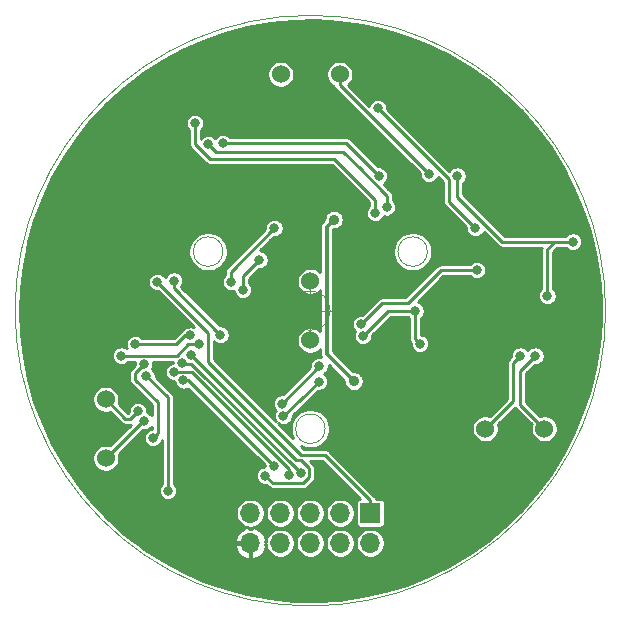
<source format=gbr>
%TF.GenerationSoftware,KiCad,Pcbnew,(5.1.10)-1*%
%TF.CreationDate,2021-07-18T17:44:11+03:00*%
%TF.ProjectId,Flow,466c6f77-2e6b-4696-9361-645f70636258,rev?*%
%TF.SameCoordinates,Original*%
%TF.FileFunction,Copper,L2,Bot*%
%TF.FilePolarity,Positive*%
%FSLAX46Y46*%
G04 Gerber Fmt 4.6, Leading zero omitted, Abs format (unit mm)*
G04 Created by KiCad (PCBNEW (5.1.10)-1) date 2021-07-18 17:44:11*
%MOMM*%
%LPD*%
G01*
G04 APERTURE LIST*
%TA.AperFunction,Profile*%
%ADD10C,0.050000*%
%TD*%
%TA.AperFunction,ComponentPad*%
%ADD11C,1.524000*%
%TD*%
%TA.AperFunction,ComponentPad*%
%ADD12O,1.700000X1.700000*%
%TD*%
%TA.AperFunction,ComponentPad*%
%ADD13R,1.700000X1.700000*%
%TD*%
%TA.AperFunction,ViaPad*%
%ADD14C,0.900000*%
%TD*%
%TA.AperFunction,ViaPad*%
%ADD15C,0.800000*%
%TD*%
%TA.AperFunction,Conductor*%
%ADD16C,0.350000*%
%TD*%
%TA.AperFunction,Conductor*%
%ADD17C,0.250000*%
%TD*%
%TA.AperFunction,Conductor*%
%ADD18C,0.254000*%
%TD*%
%TA.AperFunction,Conductor*%
%ADD19C,0.100000*%
%TD*%
G04 APERTURE END LIST*
D10*
X-7410254Y5000000D02*
G75*
G03*
X-7410254Y5000000I-1250000J0D01*
G01*
X9910254Y5000000D02*
G75*
G03*
X9910254Y5000000I-1250000J0D01*
G01*
X1250000Y-10000000D02*
G75*
G03*
X1250000Y-10000000I-1250000J0D01*
G01*
X1666666Y0D02*
G75*
G03*
X1666666Y0I-1666666J0D01*
G01*
X-2500000Y0D02*
X2500000Y0D01*
X0Y2500000D02*
X0Y-2500000D01*
X25000000Y0D02*
G75*
G03*
X25000000Y0I-25000000J0D01*
G01*
D11*
%TO.P,LS4,2*%
%TO.N,/SIGNAL_B*%
X-17320508Y-7500000D03*
%TO.P,LS4,1*%
%TO.N,/VGND*%
X-17320508Y-12500000D03*
%TD*%
%TO.P,LS3,2*%
%TO.N,/SIGNAL_A*%
X-2500000Y20000000D03*
%TO.P,LS3,1*%
%TO.N,/VGND*%
X2500000Y20000000D03*
%TD*%
%TO.P,LS2,2*%
%TO.N,/SIGNAL_C*%
X19820508Y-10000000D03*
%TO.P,LS2,1*%
%TO.N,/VGND*%
X14820508Y-10000000D03*
%TD*%
%TO.P,LS1,2*%
%TO.N,Net-(LS1-Pad2)*%
X0Y2500000D03*
%TO.P,LS1,1*%
%TO.N,Net-(LS1-Pad1)*%
X0Y-2500000D03*
%TD*%
D12*
%TO.P,J1,10*%
%TO.N,GND*%
X-5080000Y-19685000D03*
%TO.P,J1,9*%
%TO.N,/USART_TX*%
X-5080000Y-17145000D03*
%TO.P,J1,8*%
%TO.N,/OUT_Y*%
X-2540000Y-19685000D03*
%TO.P,J1,7*%
%TO.N,/USART_RX*%
X-2540000Y-17145000D03*
%TO.P,J1,6*%
%TO.N,/OUT_X*%
X0Y-19685000D03*
%TO.P,J1,5*%
%TO.N,/SWDIO*%
X0Y-17145000D03*
%TO.P,J1,4*%
%TO.N,VDD*%
X2540000Y-19685000D03*
%TO.P,J1,3*%
%TO.N,/SWCLK*%
X2540000Y-17145000D03*
%TO.P,J1,2*%
%TO.N,+5V*%
X5080000Y-19685000D03*
D13*
%TO.P,J1,1*%
%TO.N,/NRST*%
X5080000Y-17145000D03*
%TD*%
D14*
%TO.N,GND*%
X-20955000Y5715000D03*
X17145000Y13970000D03*
X19685000Y10160000D03*
X-10160000Y-11430000D03*
X13335000Y-14605000D03*
X-6490010Y-11430000D03*
X-13335000Y-16510000D03*
X13335000Y-16510000D03*
X12065000Y-6985000D03*
X-3175000Y5715000D03*
X-14804990Y7153477D03*
X-18161000Y13970000D03*
X-14859000Y13970000D03*
X-8890000Y902010D03*
X-11416201Y13829990D03*
X2540000Y2794000D03*
X14201221Y4676221D03*
X21971000Y4064000D03*
%TO.N,+5V*%
X3683000Y-5969000D03*
X2000000Y7715000D03*
D15*
%TO.N,/NRST*%
X-12954000Y2413000D03*
X-12954000Y2413000D03*
%TO.N,/SIGNAL_A*%
X13970000Y6985000D03*
%TO.N,/USART_TX*%
X-3810000Y-13970000D03*
%TO.N,/USART_RX*%
X-3097665Y-13167655D03*
%TO.N,/SWDIO*%
X-1823339Y-13879990D03*
%TO.N,/SWCLK*%
X-828885Y-13774705D03*
%TO.N,/SIGNAL_A*%
X5715000Y17145000D03*
%TO.N,/SIGNAL_B*%
X-14605000Y-8509000D03*
X-2413000Y-7874000D03*
X762000Y-4699000D03*
X4318000Y-1143000D03*
%TO.N,/USART_TX*%
X-10113273Y-3772593D03*
%TO.N,/USART_RX*%
X-10744063Y-5906175D03*
X-7620000Y-2032000D03*
X-11557000Y2540000D03*
%TO.N,/SWDIO*%
X-11519240Y-5181165D03*
%TO.N,/SWCLK*%
X-10886947Y-4406420D03*
%TO.N,/VGND*%
X10033000Y11557000D03*
X-2286000Y-8890000D03*
X-2286000Y-8890000D03*
X-14049605Y-9340600D03*
X4445000Y-2159000D03*
X8890000Y0D03*
X17780000Y-3810000D03*
X9271000Y-2794000D03*
X22225000Y5842000D03*
X20066000Y1270000D03*
X12446000Y11430000D03*
X750000Y-6000000D03*
%TO.N,/SIGNAL_B*%
X14097000Y3429000D03*
%TO.N,/SIGNAL_C*%
X19050000Y-3810000D03*
%TO.N,/PULSE*%
X-3048000Y6985000D03*
X-14825231Y-2831776D03*
X-10170023Y-2100176D03*
X-6731000Y2413000D03*
%TO.N,/PULSE_N*%
X-16002000Y-3810000D03*
X-4318000Y4318000D03*
X-5715000Y1778000D03*
X-9455260Y-2847994D03*
%TO.N,Net-(R16-Pad2)*%
X-8636000Y14097000D03*
X6500000Y8750000D03*
%TO.N,Net-(R17-Pad2)*%
X-9779000Y15875000D03*
X5500000Y8250000D03*
%TO.N,Net-(R18-Pad2)*%
X5822407Y11424320D03*
X-7420794Y14187010D03*
%TO.N,/PWM_X*%
X-12065000Y-15240000D03*
X-13891360Y-5519082D03*
%TO.N,/PWM_Y*%
X-13335000Y-10795000D03*
X-14069194Y-4535010D03*
%TD*%
D16*
%TO.N,+5V*%
X1397000Y-3683000D02*
X3683000Y-5969000D01*
X1397000Y3429000D02*
X1397000Y-3683000D01*
X1397000Y3429000D02*
X1397000Y7112000D01*
X1397000Y7112000D02*
X2000000Y7715000D01*
D17*
%TO.N,/NRST*%
X5080000Y-17145000D02*
X5080000Y-16045000D01*
X5080000Y-16045000D02*
X1227000Y-12192000D01*
X-785643Y-12192000D02*
X-8669734Y-4307910D01*
X-8669734Y-4307910D02*
X-8669734Y-1871266D01*
X1227000Y-12192000D02*
X-785643Y-12192000D01*
X-8669734Y-1871266D02*
X-12954000Y2413000D01*
%TO.N,/SIGNAL_C*%
X19820508Y-10000000D02*
X17780000Y-7959492D01*
X17780000Y-7959492D02*
X17780000Y-5080000D01*
%TO.N,/SIGNAL_B*%
X-17320508Y-7500000D02*
X-15676508Y-9144000D01*
X-15676508Y-9144000D02*
X-15240000Y-9144000D01*
X-15240000Y-9144000D02*
X-14605000Y-8509000D01*
X-2413000Y-7874000D02*
X762000Y-4699000D01*
%TO.N,/USART_TX*%
X-3810000Y-13970000D02*
X-3175000Y-14605000D01*
X-3175000Y-14605000D02*
X-586178Y-14605000D01*
X-103884Y-13359526D02*
X-821399Y-12642011D01*
X-103884Y-14122706D02*
X-103884Y-13359526D01*
X-586178Y-14605000D02*
X-103884Y-14122706D01*
X-821399Y-12642011D02*
X-1243855Y-12642011D01*
X-1243855Y-12642011D02*
X-10113273Y-3772593D01*
%TO.N,/USART_RX*%
X-3097665Y-13167655D02*
X-10359145Y-5906175D01*
X-10359145Y-5906175D02*
X-10744063Y-5906175D01*
X-11557000Y1905000D02*
X-11557000Y2032000D01*
X-7620000Y-2032000D02*
X-11557000Y1905000D01*
X-11557000Y2032000D02*
X-11557000Y2540000D01*
%TO.N,/SWDIO*%
X-1823339Y-13416661D02*
X-10058835Y-5181165D01*
X-1823339Y-13879990D02*
X-1823339Y-13416661D01*
X-10058835Y-5181165D02*
X-11519240Y-5181165D01*
%TO.N,/SWCLK*%
X-10795773Y-4497594D02*
X-10886947Y-4406420D01*
X-10105996Y-4497594D02*
X-10795773Y-4497594D01*
X-828885Y-13774705D02*
X-10105996Y-4497594D01*
%TO.N,/VGND*%
X2540000Y19960000D02*
X2500000Y20000000D01*
X2500000Y19090000D02*
X2500000Y20000000D01*
X10033000Y11557000D02*
X2500000Y19090000D01*
X-17320508Y-12500000D02*
X-14161108Y-9340600D01*
X-14161108Y-9340600D02*
X-14049605Y-9340600D01*
X6604000Y0D02*
X6413500Y-190500D01*
X8890000Y0D02*
X6604000Y0D01*
X4445000Y-2159000D02*
X6413500Y-190500D01*
X14820508Y-10000000D02*
X17145000Y-7675508D01*
X17145000Y-7675508D02*
X17145000Y-5080000D01*
X17145000Y-4445000D02*
X17780000Y-3810000D01*
X17145000Y-5080000D02*
X17145000Y-4445000D01*
X8890000Y0D02*
X8890000Y-2413000D01*
X8890000Y-2413000D02*
X9271000Y-2794000D01*
X20701000Y5842000D02*
X22225000Y5842000D01*
X20066000Y1270000D02*
X20066000Y5207000D01*
X20066000Y5207000D02*
X20701000Y5842000D01*
X16256000Y5842000D02*
X22225000Y5842000D01*
X12446000Y9652000D02*
X16256000Y5842000D01*
X12446000Y11430000D02*
X12446000Y9652000D01*
X-2286000Y-8890000D02*
X750000Y-6000000D01*
%TO.N,/SIGNAL_A*%
X11720998Y9234002D02*
X11720998Y11139002D01*
X13970000Y6985000D02*
X11720998Y9234002D01*
X11720998Y11139002D02*
X5715000Y17145000D01*
%TO.N,/SIGNAL_B*%
X6096000Y635000D02*
X4318000Y-1143000D01*
X8255000Y635000D02*
X6096000Y635000D01*
X11049000Y3429000D02*
X8255000Y635000D01*
X14097000Y3429000D02*
X11049000Y3429000D01*
%TO.N,/SIGNAL_C*%
X17780000Y-5080000D02*
X19050000Y-3810000D01*
%TO.N,/PULSE*%
X-14825231Y-2831776D02*
X-11340776Y-2831776D01*
X-10609176Y-2100176D02*
X-10170023Y-2100176D01*
X-11340776Y-2831776D02*
X-10609176Y-2100176D01*
X-6731000Y3302000D02*
X-3048000Y6985000D01*
X-6731000Y2413000D02*
X-6731000Y3302000D01*
%TO.N,/PULSE_N*%
X-5715000Y2921000D02*
X-4318000Y4318000D01*
X-5715000Y1778000D02*
X-5715000Y2921000D01*
X-11301590Y-3810000D02*
X-10339584Y-2847994D01*
X-16002000Y-3810000D02*
X-11301590Y-3810000D01*
X-10339584Y-2847994D02*
X-9455260Y-2847994D01*
%TO.N,Net-(R16-Pad2)*%
X-8001000Y13462000D02*
X2759408Y13462000D01*
X2759408Y13462000D02*
X4173704Y12047704D01*
X-8636000Y14097000D02*
X-8001000Y13462000D01*
X6500000Y9721408D02*
X6235704Y9985704D01*
X6500000Y8750000D02*
X6500000Y9721408D01*
X4173704Y12047704D02*
X6235704Y9985704D01*
%TO.N,Net-(R17-Pad2)*%
X2032000Y12827000D02*
X-8509000Y12827000D01*
X-9779000Y14097000D02*
X-9779000Y15875000D01*
X-8509000Y12827000D02*
X-9779000Y14097000D01*
X5500000Y9359000D02*
X5304500Y9554500D01*
X5500000Y8250000D02*
X5500000Y9359000D01*
X5304500Y9554500D02*
X2032000Y12827000D01*
%TO.N,Net-(R18-Pad2)*%
X3059717Y14187010D02*
X-7420794Y14187010D01*
X5822407Y11424320D02*
X3059717Y14187010D01*
%TO.N,/PWM_X*%
X-12065000Y-7345442D02*
X-13891360Y-5519082D01*
X-12065000Y-15240000D02*
X-12065000Y-7345442D01*
%TO.N,/PWM_Y*%
X-12935001Y-10395001D02*
X-12935001Y-7758889D01*
X-14855445Y-5321261D02*
X-14069194Y-4535010D01*
X-13335000Y-10795000D02*
X-12935001Y-10395001D01*
X-12935001Y-7758889D02*
X-14855445Y-5838445D01*
X-14855445Y-5838445D02*
X-14855445Y-5321261D01*
%TD*%
D18*
%TO.N,GND*%
X2441048Y24472559D02*
X4377680Y24201255D01*
X6286635Y23776944D01*
X8155845Y23202307D01*
X9973490Y22480977D01*
X11728079Y21617516D01*
X13408520Y20617382D01*
X15004188Y19486898D01*
X16504995Y18233211D01*
X17901451Y16864248D01*
X19184729Y15388664D01*
X20346715Y13815788D01*
X21380063Y12155565D01*
X22278239Y10418489D01*
X23035564Y8615545D01*
X23647252Y6758130D01*
X24109433Y4857989D01*
X24419188Y2927133D01*
X24574556Y977772D01*
X24574556Y-977772D01*
X24419188Y-2927133D01*
X24109433Y-4857989D01*
X23647252Y-6758130D01*
X23035564Y-8615545D01*
X22278239Y-10418489D01*
X21380063Y-12155565D01*
X20346715Y-13815788D01*
X19184729Y-15388664D01*
X17901451Y-16864248D01*
X16504995Y-18233211D01*
X15004188Y-19486898D01*
X13408520Y-20617382D01*
X11728079Y-21617516D01*
X9973490Y-22480977D01*
X8155845Y-23202307D01*
X6286635Y-23776944D01*
X4377680Y-24201255D01*
X2441048Y-24472559D01*
X488983Y-24589138D01*
X-1466174Y-24550258D01*
X-3412062Y-24356163D01*
X-5336377Y-24008080D01*
X-7226954Y-23508211D01*
X-9071839Y-22859715D01*
X-10859370Y-22066693D01*
X-12578244Y-21134157D01*
X-14217595Y-20068005D01*
X-14357966Y-19959924D01*
X-6409882Y-19959924D01*
X-6330694Y-20214089D01*
X-6203442Y-20447921D01*
X-6033017Y-20652434D01*
X-5825968Y-20819769D01*
X-5590252Y-20943496D01*
X-5354924Y-21014880D01*
X-5143500Y-20914361D01*
X-5143500Y-19748500D01*
X-6309517Y-19748500D01*
X-6409882Y-19959924D01*
X-14357966Y-19959924D01*
X-15072089Y-19410076D01*
X-6409882Y-19410076D01*
X-6309517Y-19621500D01*
X-5143500Y-19621500D01*
X-5143500Y-19601500D01*
X-5016500Y-19601500D01*
X-5016500Y-19621500D01*
X-4996500Y-19621500D01*
X-4996500Y-19748500D01*
X-5016500Y-19748500D01*
X-5016500Y-20914361D01*
X-4805076Y-21014880D01*
X-4569748Y-20943496D01*
X-4334032Y-20819769D01*
X-4126983Y-20652434D01*
X-3956558Y-20447921D01*
X-3829306Y-20214089D01*
X-3750118Y-19959924D01*
X-3850482Y-19748502D01*
X-3771000Y-19748502D01*
X-3771000Y-19806243D01*
X-3723693Y-20044069D01*
X-3630898Y-20268097D01*
X-3496180Y-20469717D01*
X-3324717Y-20641180D01*
X-3123097Y-20775898D01*
X-2899069Y-20868693D01*
X-2661243Y-20916000D01*
X-2418757Y-20916000D01*
X-2180931Y-20868693D01*
X-1956903Y-20775898D01*
X-1755283Y-20641180D01*
X-1583820Y-20469717D01*
X-1449102Y-20268097D01*
X-1356307Y-20044069D01*
X-1309000Y-19806243D01*
X-1309000Y-19563757D01*
X-1231000Y-19563757D01*
X-1231000Y-19806243D01*
X-1183693Y-20044069D01*
X-1090898Y-20268097D01*
X-956180Y-20469717D01*
X-784717Y-20641180D01*
X-583097Y-20775898D01*
X-359069Y-20868693D01*
X-121243Y-20916000D01*
X121243Y-20916000D01*
X359069Y-20868693D01*
X583097Y-20775898D01*
X784717Y-20641180D01*
X956180Y-20469717D01*
X1090898Y-20268097D01*
X1183693Y-20044069D01*
X1231000Y-19806243D01*
X1231000Y-19563757D01*
X1309000Y-19563757D01*
X1309000Y-19806243D01*
X1356307Y-20044069D01*
X1449102Y-20268097D01*
X1583820Y-20469717D01*
X1755283Y-20641180D01*
X1956903Y-20775898D01*
X2180931Y-20868693D01*
X2418757Y-20916000D01*
X2661243Y-20916000D01*
X2899069Y-20868693D01*
X3123097Y-20775898D01*
X3324717Y-20641180D01*
X3496180Y-20469717D01*
X3630898Y-20268097D01*
X3723693Y-20044069D01*
X3771000Y-19806243D01*
X3771000Y-19563757D01*
X3849000Y-19563757D01*
X3849000Y-19806243D01*
X3896307Y-20044069D01*
X3989102Y-20268097D01*
X4123820Y-20469717D01*
X4295283Y-20641180D01*
X4496903Y-20775898D01*
X4720931Y-20868693D01*
X4958757Y-20916000D01*
X5201243Y-20916000D01*
X5439069Y-20868693D01*
X5663097Y-20775898D01*
X5864717Y-20641180D01*
X6036180Y-20469717D01*
X6170898Y-20268097D01*
X6263693Y-20044069D01*
X6311000Y-19806243D01*
X6311000Y-19563757D01*
X6263693Y-19325931D01*
X6170898Y-19101903D01*
X6036180Y-18900283D01*
X5864717Y-18728820D01*
X5663097Y-18594102D01*
X5439069Y-18501307D01*
X5201243Y-18454000D01*
X4958757Y-18454000D01*
X4720931Y-18501307D01*
X4496903Y-18594102D01*
X4295283Y-18728820D01*
X4123820Y-18900283D01*
X3989102Y-19101903D01*
X3896307Y-19325931D01*
X3849000Y-19563757D01*
X3771000Y-19563757D01*
X3723693Y-19325931D01*
X3630898Y-19101903D01*
X3496180Y-18900283D01*
X3324717Y-18728820D01*
X3123097Y-18594102D01*
X2899069Y-18501307D01*
X2661243Y-18454000D01*
X2418757Y-18454000D01*
X2180931Y-18501307D01*
X1956903Y-18594102D01*
X1755283Y-18728820D01*
X1583820Y-18900283D01*
X1449102Y-19101903D01*
X1356307Y-19325931D01*
X1309000Y-19563757D01*
X1231000Y-19563757D01*
X1183693Y-19325931D01*
X1090898Y-19101903D01*
X956180Y-18900283D01*
X784717Y-18728820D01*
X583097Y-18594102D01*
X359069Y-18501307D01*
X121243Y-18454000D01*
X-121243Y-18454000D01*
X-359069Y-18501307D01*
X-583097Y-18594102D01*
X-784717Y-18728820D01*
X-956180Y-18900283D01*
X-1090898Y-19101903D01*
X-1183693Y-19325931D01*
X-1231000Y-19563757D01*
X-1309000Y-19563757D01*
X-1356307Y-19325931D01*
X-1449102Y-19101903D01*
X-1583820Y-18900283D01*
X-1755283Y-18728820D01*
X-1956903Y-18594102D01*
X-2180931Y-18501307D01*
X-2418757Y-18454000D01*
X-2661243Y-18454000D01*
X-2899069Y-18501307D01*
X-3123097Y-18594102D01*
X-3324717Y-18728820D01*
X-3496180Y-18900283D01*
X-3630898Y-19101903D01*
X-3723693Y-19325931D01*
X-3771000Y-19563757D01*
X-3771000Y-19621498D01*
X-3850482Y-19621498D01*
X-3750118Y-19410076D01*
X-3829306Y-19155911D01*
X-3956558Y-18922079D01*
X-4126983Y-18717566D01*
X-4334032Y-18550231D01*
X-4569748Y-18426504D01*
X-4805076Y-18355120D01*
X-5016498Y-18455638D01*
X-5016498Y-18376000D01*
X-4958757Y-18376000D01*
X-4720931Y-18328693D01*
X-4496903Y-18235898D01*
X-4295283Y-18101180D01*
X-4123820Y-17929717D01*
X-3989102Y-17728097D01*
X-3896307Y-17504069D01*
X-3849000Y-17266243D01*
X-3849000Y-17023757D01*
X-3771000Y-17023757D01*
X-3771000Y-17266243D01*
X-3723693Y-17504069D01*
X-3630898Y-17728097D01*
X-3496180Y-17929717D01*
X-3324717Y-18101180D01*
X-3123097Y-18235898D01*
X-2899069Y-18328693D01*
X-2661243Y-18376000D01*
X-2418757Y-18376000D01*
X-2180931Y-18328693D01*
X-1956903Y-18235898D01*
X-1755283Y-18101180D01*
X-1583820Y-17929717D01*
X-1449102Y-17728097D01*
X-1356307Y-17504069D01*
X-1309000Y-17266243D01*
X-1309000Y-17023757D01*
X-1231000Y-17023757D01*
X-1231000Y-17266243D01*
X-1183693Y-17504069D01*
X-1090898Y-17728097D01*
X-956180Y-17929717D01*
X-784717Y-18101180D01*
X-583097Y-18235898D01*
X-359069Y-18328693D01*
X-121243Y-18376000D01*
X121243Y-18376000D01*
X359069Y-18328693D01*
X583097Y-18235898D01*
X784717Y-18101180D01*
X956180Y-17929717D01*
X1090898Y-17728097D01*
X1183693Y-17504069D01*
X1231000Y-17266243D01*
X1231000Y-17023757D01*
X1309000Y-17023757D01*
X1309000Y-17266243D01*
X1356307Y-17504069D01*
X1449102Y-17728097D01*
X1583820Y-17929717D01*
X1755283Y-18101180D01*
X1956903Y-18235898D01*
X2180931Y-18328693D01*
X2418757Y-18376000D01*
X2661243Y-18376000D01*
X2899069Y-18328693D01*
X3123097Y-18235898D01*
X3324717Y-18101180D01*
X3496180Y-17929717D01*
X3630898Y-17728097D01*
X3723693Y-17504069D01*
X3771000Y-17266243D01*
X3771000Y-17023757D01*
X3723693Y-16785931D01*
X3630898Y-16561903D01*
X3496180Y-16360283D01*
X3324717Y-16188820D01*
X3123097Y-16054102D01*
X2899069Y-15961307D01*
X2661243Y-15914000D01*
X2418757Y-15914000D01*
X2180931Y-15961307D01*
X1956903Y-16054102D01*
X1755283Y-16188820D01*
X1583820Y-16360283D01*
X1449102Y-16561903D01*
X1356307Y-16785931D01*
X1309000Y-17023757D01*
X1231000Y-17023757D01*
X1183693Y-16785931D01*
X1090898Y-16561903D01*
X956180Y-16360283D01*
X784717Y-16188820D01*
X583097Y-16054102D01*
X359069Y-15961307D01*
X121243Y-15914000D01*
X-121243Y-15914000D01*
X-359069Y-15961307D01*
X-583097Y-16054102D01*
X-784717Y-16188820D01*
X-956180Y-16360283D01*
X-1090898Y-16561903D01*
X-1183693Y-16785931D01*
X-1231000Y-17023757D01*
X-1309000Y-17023757D01*
X-1356307Y-16785931D01*
X-1449102Y-16561903D01*
X-1583820Y-16360283D01*
X-1755283Y-16188820D01*
X-1956903Y-16054102D01*
X-2180931Y-15961307D01*
X-2418757Y-15914000D01*
X-2661243Y-15914000D01*
X-2899069Y-15961307D01*
X-3123097Y-16054102D01*
X-3324717Y-16188820D01*
X-3496180Y-16360283D01*
X-3630898Y-16561903D01*
X-3723693Y-16785931D01*
X-3771000Y-17023757D01*
X-3849000Y-17023757D01*
X-3896307Y-16785931D01*
X-3989102Y-16561903D01*
X-4123820Y-16360283D01*
X-4295283Y-16188820D01*
X-4496903Y-16054102D01*
X-4720931Y-15961307D01*
X-4958757Y-15914000D01*
X-5201243Y-15914000D01*
X-5439069Y-15961307D01*
X-5663097Y-16054102D01*
X-5864717Y-16188820D01*
X-6036180Y-16360283D01*
X-6170898Y-16561903D01*
X-6263693Y-16785931D01*
X-6311000Y-17023757D01*
X-6311000Y-17266243D01*
X-6263693Y-17504069D01*
X-6170898Y-17728097D01*
X-6036180Y-17929717D01*
X-5864717Y-18101180D01*
X-5663097Y-18235898D01*
X-5439069Y-18328693D01*
X-5201243Y-18376000D01*
X-5143502Y-18376000D01*
X-5143502Y-18455638D01*
X-5354924Y-18355120D01*
X-5590252Y-18426504D01*
X-5825968Y-18550231D01*
X-6033017Y-18717566D01*
X-6203442Y-18922079D01*
X-6330694Y-19155911D01*
X-6409882Y-19410076D01*
X-15072089Y-19410076D01*
X-15767057Y-18874977D01*
X-17216835Y-17562615D01*
X-18557762Y-16139216D01*
X-19781362Y-14613780D01*
X-20879897Y-12995951D01*
X-21846423Y-11295958D01*
X-22674828Y-9524547D01*
X-23359876Y-7692920D01*
X-23447183Y-7387424D01*
X-18463508Y-7387424D01*
X-18463508Y-7612576D01*
X-18419583Y-7833401D01*
X-18333421Y-8041413D01*
X-18208334Y-8228620D01*
X-18049128Y-8387826D01*
X-17861921Y-8512913D01*
X-17653909Y-8599075D01*
X-17433084Y-8643000D01*
X-17207932Y-8643000D01*
X-16987107Y-8599075D01*
X-16951693Y-8584406D01*
X-16051880Y-9484220D01*
X-16036035Y-9503527D01*
X-15958987Y-9566759D01*
X-15892792Y-9602141D01*
X-15871083Y-9613745D01*
X-15775702Y-9642678D01*
X-15765814Y-9643652D01*
X-15701362Y-9650000D01*
X-15701355Y-9650000D01*
X-15676509Y-9652447D01*
X-15651663Y-9650000D01*
X-15264846Y-9650000D01*
X-15240000Y-9652447D01*
X-15215154Y-9650000D01*
X-15215146Y-9650000D01*
X-15182926Y-9646827D01*
X-16951693Y-11415594D01*
X-16987107Y-11400925D01*
X-17207932Y-11357000D01*
X-17433084Y-11357000D01*
X-17653909Y-11400925D01*
X-17861921Y-11487087D01*
X-18049128Y-11612174D01*
X-18208334Y-11771380D01*
X-18333421Y-11958587D01*
X-18419583Y-12166599D01*
X-18463508Y-12387424D01*
X-18463508Y-12612576D01*
X-18419583Y-12833401D01*
X-18333421Y-13041413D01*
X-18208334Y-13228620D01*
X-18049128Y-13387826D01*
X-17861921Y-13512913D01*
X-17653909Y-13599075D01*
X-17433084Y-13643000D01*
X-17207932Y-13643000D01*
X-16987107Y-13599075D01*
X-16779095Y-13512913D01*
X-16591888Y-13387826D01*
X-16432682Y-13228620D01*
X-16307595Y-13041413D01*
X-16221433Y-12833401D01*
X-16177508Y-12612576D01*
X-16177508Y-12387424D01*
X-16221433Y-12166599D01*
X-16236102Y-12131185D01*
X-14209927Y-10105011D01*
X-14126527Y-10121600D01*
X-13972683Y-10121600D01*
X-13821796Y-10091587D01*
X-13679663Y-10032713D01*
X-13551746Y-9947242D01*
X-13442963Y-9838459D01*
X-13441001Y-9835522D01*
X-13441001Y-10019784D01*
X-13562809Y-10044013D01*
X-13704942Y-10102887D01*
X-13832859Y-10188358D01*
X-13941642Y-10297141D01*
X-14027113Y-10425058D01*
X-14085987Y-10567191D01*
X-14116000Y-10718078D01*
X-14116000Y-10871922D01*
X-14085987Y-11022809D01*
X-14027113Y-11164942D01*
X-13941642Y-11292859D01*
X-13832859Y-11401642D01*
X-13704942Y-11487113D01*
X-13562809Y-11545987D01*
X-13411922Y-11576000D01*
X-13258078Y-11576000D01*
X-13107191Y-11545987D01*
X-12965058Y-11487113D01*
X-12837141Y-11401642D01*
X-12728358Y-11292859D01*
X-12642887Y-11164942D01*
X-12584013Y-11022809D01*
X-12570999Y-10957385D01*
X-12571000Y-14641499D01*
X-12671642Y-14742141D01*
X-12757113Y-14870058D01*
X-12815987Y-15012191D01*
X-12846000Y-15163078D01*
X-12846000Y-15316922D01*
X-12815987Y-15467809D01*
X-12757113Y-15609942D01*
X-12671642Y-15737859D01*
X-12562859Y-15846642D01*
X-12434942Y-15932113D01*
X-12292809Y-15990987D01*
X-12141922Y-16021000D01*
X-11988078Y-16021000D01*
X-11837191Y-15990987D01*
X-11695058Y-15932113D01*
X-11567141Y-15846642D01*
X-11458358Y-15737859D01*
X-11372887Y-15609942D01*
X-11314013Y-15467809D01*
X-11284000Y-15316922D01*
X-11284000Y-15163078D01*
X-11314013Y-15012191D01*
X-11372887Y-14870058D01*
X-11458358Y-14742141D01*
X-11559000Y-14641499D01*
X-11559000Y-7370287D01*
X-11556553Y-7345441D01*
X-11559000Y-7320595D01*
X-11559000Y-7320588D01*
X-11566322Y-7246249D01*
X-11595255Y-7150867D01*
X-11642241Y-7062963D01*
X-11705473Y-6985915D01*
X-11724780Y-6970070D01*
X-13110360Y-5584491D01*
X-13110360Y-5442160D01*
X-13140373Y-5291273D01*
X-13199247Y-5149140D01*
X-13284718Y-5021223D01*
X-13386657Y-4919284D01*
X-13377081Y-4904952D01*
X-13318207Y-4762819D01*
X-13288194Y-4611932D01*
X-13288194Y-4458088D01*
X-13316457Y-4316000D01*
X-11665262Y-4316000D01*
X-11667947Y-4329498D01*
X-11667947Y-4414444D01*
X-11747049Y-4430178D01*
X-11889182Y-4489052D01*
X-12017099Y-4574523D01*
X-12125882Y-4683306D01*
X-12211353Y-4811223D01*
X-12270227Y-4953356D01*
X-12300240Y-5104243D01*
X-12300240Y-5258087D01*
X-12270227Y-5408974D01*
X-12211353Y-5551107D01*
X-12125882Y-5679024D01*
X-12017099Y-5787807D01*
X-11889182Y-5873278D01*
X-11747049Y-5932152D01*
X-11596162Y-5962165D01*
X-11525063Y-5962165D01*
X-11525063Y-5983097D01*
X-11495050Y-6133984D01*
X-11436176Y-6276117D01*
X-11350705Y-6404034D01*
X-11241922Y-6512817D01*
X-11114005Y-6598288D01*
X-10971872Y-6657162D01*
X-10820985Y-6687175D01*
X-10667141Y-6687175D01*
X-10516254Y-6657162D01*
X-10380133Y-6600778D01*
X-3878665Y-13102247D01*
X-3878665Y-13189000D01*
X-3886922Y-13189000D01*
X-4037809Y-13219013D01*
X-4179942Y-13277887D01*
X-4307859Y-13363358D01*
X-4416642Y-13472141D01*
X-4502113Y-13600058D01*
X-4560987Y-13742191D01*
X-4591000Y-13893078D01*
X-4591000Y-14046922D01*
X-4560987Y-14197809D01*
X-4502113Y-14339942D01*
X-4416642Y-14467859D01*
X-4307859Y-14576642D01*
X-4179942Y-14662113D01*
X-4037809Y-14720987D01*
X-3886922Y-14751000D01*
X-3744592Y-14751000D01*
X-3550372Y-14945220D01*
X-3534527Y-14964527D01*
X-3457479Y-15027759D01*
X-3369575Y-15074745D01*
X-3274193Y-15103678D01*
X-3175000Y-15113448D01*
X-3150146Y-15111000D01*
X-611024Y-15111000D01*
X-586178Y-15113447D01*
X-561332Y-15111000D01*
X-561324Y-15111000D01*
X-486985Y-15103678D01*
X-391603Y-15074745D01*
X-303699Y-15027759D01*
X-226651Y-14964527D01*
X-210802Y-14945215D01*
X236336Y-14498078D01*
X255643Y-14482233D01*
X318875Y-14405185D01*
X365861Y-14317281D01*
X394794Y-14221899D01*
X402116Y-14147560D01*
X402116Y-14147559D01*
X404564Y-14122706D01*
X402116Y-14097852D01*
X402116Y-13384371D01*
X404563Y-13359525D01*
X402116Y-13334679D01*
X402116Y-13334672D01*
X394794Y-13260333D01*
X365861Y-13164951D01*
X318875Y-13077047D01*
X255643Y-12999999D01*
X236336Y-12984154D01*
X-49818Y-12698000D01*
X1017409Y-12698000D01*
X4231565Y-15912157D01*
X4230000Y-15912157D01*
X4155311Y-15919513D01*
X4083492Y-15941299D01*
X4017304Y-15976678D01*
X3959289Y-16024289D01*
X3911678Y-16082304D01*
X3876299Y-16148492D01*
X3854513Y-16220311D01*
X3847157Y-16295000D01*
X3847157Y-17995000D01*
X3854513Y-18069689D01*
X3876299Y-18141508D01*
X3911678Y-18207696D01*
X3959289Y-18265711D01*
X4017304Y-18313322D01*
X4083492Y-18348701D01*
X4155311Y-18370487D01*
X4230000Y-18377843D01*
X5930000Y-18377843D01*
X6004689Y-18370487D01*
X6076508Y-18348701D01*
X6142696Y-18313322D01*
X6200711Y-18265711D01*
X6248322Y-18207696D01*
X6283701Y-18141508D01*
X6305487Y-18069689D01*
X6312843Y-17995000D01*
X6312843Y-16295000D01*
X6305487Y-16220311D01*
X6283701Y-16148492D01*
X6248322Y-16082304D01*
X6200711Y-16024289D01*
X6142696Y-15976678D01*
X6076508Y-15941299D01*
X6004689Y-15919513D01*
X5930000Y-15912157D01*
X5568471Y-15912157D01*
X5549745Y-15850425D01*
X5547723Y-15846642D01*
X5502759Y-15762521D01*
X5439527Y-15685473D01*
X5420220Y-15669628D01*
X1602376Y-11851785D01*
X1586527Y-11832473D01*
X1509479Y-11769241D01*
X1421575Y-11722255D01*
X1326193Y-11693322D01*
X1251854Y-11686000D01*
X1251846Y-11686000D01*
X1227000Y-11683553D01*
X1202154Y-11686000D01*
X-576051Y-11686000D01*
X-779631Y-11482420D01*
X-486517Y-11603832D01*
X-164277Y-11667930D01*
X164277Y-11667930D01*
X486517Y-11603832D01*
X790061Y-11478100D01*
X1063243Y-11295566D01*
X1295566Y-11063243D01*
X1478100Y-10790061D01*
X1603832Y-10486517D01*
X1667930Y-10164277D01*
X1667930Y-9887424D01*
X13677508Y-9887424D01*
X13677508Y-10112576D01*
X13721433Y-10333401D01*
X13807595Y-10541413D01*
X13932682Y-10728620D01*
X14091888Y-10887826D01*
X14279095Y-11012913D01*
X14487107Y-11099075D01*
X14707932Y-11143000D01*
X14933084Y-11143000D01*
X15153909Y-11099075D01*
X15361921Y-11012913D01*
X15549128Y-10887826D01*
X15708334Y-10728620D01*
X15833421Y-10541413D01*
X15919583Y-10333401D01*
X15963508Y-10112576D01*
X15963508Y-9887424D01*
X15919583Y-9666599D01*
X15904914Y-9631185D01*
X17335257Y-8200842D01*
X17357241Y-8241971D01*
X17420473Y-8319019D01*
X17439785Y-8334868D01*
X18736102Y-9631185D01*
X18721433Y-9666599D01*
X18677508Y-9887424D01*
X18677508Y-10112576D01*
X18721433Y-10333401D01*
X18807595Y-10541413D01*
X18932682Y-10728620D01*
X19091888Y-10887826D01*
X19279095Y-11012913D01*
X19487107Y-11099075D01*
X19707932Y-11143000D01*
X19933084Y-11143000D01*
X20153909Y-11099075D01*
X20361921Y-11012913D01*
X20549128Y-10887826D01*
X20708334Y-10728620D01*
X20833421Y-10541413D01*
X20919583Y-10333401D01*
X20963508Y-10112576D01*
X20963508Y-9887424D01*
X20919583Y-9666599D01*
X20833421Y-9458587D01*
X20708334Y-9271380D01*
X20549128Y-9112174D01*
X20361921Y-8987087D01*
X20153909Y-8900925D01*
X19933084Y-8857000D01*
X19707932Y-8857000D01*
X19487107Y-8900925D01*
X19451693Y-8915594D01*
X18286000Y-7749901D01*
X18286000Y-5289591D01*
X18984592Y-4591000D01*
X19126922Y-4591000D01*
X19277809Y-4560987D01*
X19419942Y-4502113D01*
X19547859Y-4416642D01*
X19656642Y-4307859D01*
X19742113Y-4179942D01*
X19800987Y-4037809D01*
X19831000Y-3886922D01*
X19831000Y-3733078D01*
X19800987Y-3582191D01*
X19742113Y-3440058D01*
X19656642Y-3312141D01*
X19547859Y-3203358D01*
X19419942Y-3117887D01*
X19277809Y-3059013D01*
X19126922Y-3029000D01*
X18973078Y-3029000D01*
X18822191Y-3059013D01*
X18680058Y-3117887D01*
X18552141Y-3203358D01*
X18443358Y-3312141D01*
X18415000Y-3354582D01*
X18386642Y-3312141D01*
X18277859Y-3203358D01*
X18149942Y-3117887D01*
X18007809Y-3059013D01*
X17856922Y-3029000D01*
X17703078Y-3029000D01*
X17552191Y-3059013D01*
X17410058Y-3117887D01*
X17282141Y-3203358D01*
X17173358Y-3312141D01*
X17087887Y-3440058D01*
X17029013Y-3582191D01*
X16999000Y-3733078D01*
X16999000Y-3875409D01*
X16804780Y-4069629D01*
X16785474Y-4085473D01*
X16722242Y-4162521D01*
X16702657Y-4199162D01*
X16675255Y-4250426D01*
X16646322Y-4345808D01*
X16636553Y-4445000D01*
X16639001Y-4469856D01*
X16639000Y-5104853D01*
X16639001Y-5104863D01*
X16639000Y-7465916D01*
X15189323Y-8915594D01*
X15153909Y-8900925D01*
X14933084Y-8857000D01*
X14707932Y-8857000D01*
X14487107Y-8900925D01*
X14279095Y-8987087D01*
X14091888Y-9112174D01*
X13932682Y-9271380D01*
X13807595Y-9458587D01*
X13721433Y-9666599D01*
X13677508Y-9887424D01*
X1667930Y-9887424D01*
X1667930Y-9835723D01*
X1603832Y-9513483D01*
X1478100Y-9209939D01*
X1295566Y-8936757D01*
X1063243Y-8704434D01*
X790061Y-8521900D01*
X486517Y-8396168D01*
X164277Y-8332070D01*
X-164277Y-8332070D01*
X-486517Y-8396168D01*
X-790061Y-8521900D01*
X-1063243Y-8704434D01*
X-1295566Y-8936757D01*
X-1478100Y-9209939D01*
X-1603832Y-9513483D01*
X-1667930Y-9835723D01*
X-1667930Y-10164277D01*
X-1603832Y-10486517D01*
X-1482420Y-10779631D01*
X-2728259Y-9533792D01*
X-2655942Y-9582113D01*
X-2513809Y-9640987D01*
X-2362922Y-9671000D01*
X-2209078Y-9671000D01*
X-2058191Y-9640987D01*
X-1916058Y-9582113D01*
X-1788141Y-9496642D01*
X-1679358Y-9387859D01*
X-1593887Y-9259942D01*
X-1535013Y-9117809D01*
X-1505000Y-8966922D01*
X-1505000Y-8845155D01*
X665101Y-6779413D01*
X673078Y-6781000D01*
X826922Y-6781000D01*
X977809Y-6750987D01*
X1119942Y-6692113D01*
X1247859Y-6606642D01*
X1356642Y-6497859D01*
X1442113Y-6369942D01*
X1500987Y-6227809D01*
X1531000Y-6076922D01*
X1531000Y-5923078D01*
X1500987Y-5772191D01*
X1442113Y-5630058D01*
X1356642Y-5502141D01*
X1247859Y-5393358D01*
X1188221Y-5353509D01*
X1259859Y-5305642D01*
X1368642Y-5196859D01*
X1454113Y-5068942D01*
X1512987Y-4926809D01*
X1543000Y-4775922D01*
X1543000Y-4622078D01*
X1541317Y-4613619D01*
X2852000Y-5924303D01*
X2852000Y-6050846D01*
X2883935Y-6211394D01*
X2946577Y-6362626D01*
X3037520Y-6498732D01*
X3153268Y-6614480D01*
X3289374Y-6705423D01*
X3440606Y-6768065D01*
X3601154Y-6800000D01*
X3764846Y-6800000D01*
X3925394Y-6768065D01*
X4076626Y-6705423D01*
X4212732Y-6614480D01*
X4328480Y-6498732D01*
X4419423Y-6362626D01*
X4482065Y-6211394D01*
X4514000Y-6050846D01*
X4514000Y-5887154D01*
X4482065Y-5726606D01*
X4419423Y-5575374D01*
X4328480Y-5439268D01*
X4212732Y-5323520D01*
X4076626Y-5232577D01*
X3925394Y-5169935D01*
X3764846Y-5138000D01*
X3638303Y-5138000D01*
X1953000Y-3452699D01*
X1953000Y-1066078D01*
X3537000Y-1066078D01*
X3537000Y-1219922D01*
X3567013Y-1370809D01*
X3625887Y-1512942D01*
X3711358Y-1640859D01*
X3795613Y-1725114D01*
X3752887Y-1789058D01*
X3694013Y-1931191D01*
X3664000Y-2082078D01*
X3664000Y-2235922D01*
X3694013Y-2386809D01*
X3752887Y-2528942D01*
X3838358Y-2656859D01*
X3947141Y-2765642D01*
X4075058Y-2851113D01*
X4217191Y-2909987D01*
X4368078Y-2940000D01*
X4521922Y-2940000D01*
X4672809Y-2909987D01*
X4814942Y-2851113D01*
X4942859Y-2765642D01*
X5051642Y-2656859D01*
X5137113Y-2528942D01*
X5195987Y-2386809D01*
X5226000Y-2235922D01*
X5226000Y-2093591D01*
X6788870Y-530722D01*
X6788875Y-530716D01*
X6813591Y-506000D01*
X8291499Y-506000D01*
X8384000Y-598501D01*
X8384001Y-2388144D01*
X8381553Y-2413000D01*
X8391322Y-2512192D01*
X8420255Y-2607574D01*
X8436092Y-2637202D01*
X8467242Y-2695479D01*
X8490000Y-2723210D01*
X8490000Y-2870922D01*
X8520013Y-3021809D01*
X8578887Y-3163942D01*
X8664358Y-3291859D01*
X8773141Y-3400642D01*
X8901058Y-3486113D01*
X9043191Y-3544987D01*
X9194078Y-3575000D01*
X9347922Y-3575000D01*
X9498809Y-3544987D01*
X9640942Y-3486113D01*
X9768859Y-3400642D01*
X9877642Y-3291859D01*
X9963113Y-3163942D01*
X10021987Y-3021809D01*
X10052000Y-2870922D01*
X10052000Y-2717078D01*
X10021987Y-2566191D01*
X9963113Y-2424058D01*
X9877642Y-2296141D01*
X9768859Y-2187358D01*
X9640942Y-2101887D01*
X9498809Y-2043013D01*
X9396000Y-2022563D01*
X9396000Y-598501D01*
X9496642Y-497859D01*
X9582113Y-369942D01*
X9640987Y-227809D01*
X9671000Y-76922D01*
X9671000Y76922D01*
X9640987Y227809D01*
X9582113Y369942D01*
X9496642Y497859D01*
X9387859Y606642D01*
X9259942Y692113D01*
X9117809Y750987D01*
X9091760Y756168D01*
X11258592Y2923000D01*
X13498499Y2923000D01*
X13599141Y2822358D01*
X13727058Y2736887D01*
X13869191Y2678013D01*
X14020078Y2648000D01*
X14173922Y2648000D01*
X14324809Y2678013D01*
X14466942Y2736887D01*
X14594859Y2822358D01*
X14703642Y2931141D01*
X14789113Y3059058D01*
X14847987Y3201191D01*
X14878000Y3352078D01*
X14878000Y3505922D01*
X14847987Y3656809D01*
X14789113Y3798942D01*
X14703642Y3926859D01*
X14594859Y4035642D01*
X14466942Y4121113D01*
X14324809Y4179987D01*
X14173922Y4210000D01*
X14020078Y4210000D01*
X13869191Y4179987D01*
X13727058Y4121113D01*
X13599141Y4035642D01*
X13498499Y3935000D01*
X11073854Y3935000D01*
X11049000Y3937448D01*
X11024146Y3935000D01*
X10949807Y3927678D01*
X10854425Y3898745D01*
X10766521Y3851759D01*
X10689473Y3788527D01*
X10673628Y3769220D01*
X8045409Y1141000D01*
X6120854Y1141000D01*
X6096000Y1143448D01*
X6071146Y1141000D01*
X5996807Y1133678D01*
X5901425Y1104745D01*
X5813521Y1057759D01*
X5736473Y994527D01*
X5720629Y975221D01*
X4383409Y-362000D01*
X4241078Y-362000D01*
X4090191Y-392013D01*
X3948058Y-450887D01*
X3820141Y-536358D01*
X3711358Y-645141D01*
X3625887Y-773058D01*
X3567013Y-915191D01*
X3537000Y-1066078D01*
X1953000Y-1066078D01*
X1953000Y5164277D01*
X6992324Y5164277D01*
X6992324Y4835723D01*
X7056422Y4513483D01*
X7182154Y4209939D01*
X7364688Y3936757D01*
X7597011Y3704434D01*
X7870193Y3521900D01*
X8173737Y3396168D01*
X8495977Y3332070D01*
X8824531Y3332070D01*
X9146771Y3396168D01*
X9450315Y3521900D01*
X9723497Y3704434D01*
X9955820Y3936757D01*
X10138354Y4209939D01*
X10264086Y4513483D01*
X10328184Y4835723D01*
X10328184Y5164277D01*
X10264086Y5486517D01*
X10138354Y5790061D01*
X9955820Y6063243D01*
X9723497Y6295566D01*
X9450315Y6478100D01*
X9146771Y6603832D01*
X8824531Y6667930D01*
X8495977Y6667930D01*
X8173737Y6603832D01*
X7870193Y6478100D01*
X7597011Y6295566D01*
X7364688Y6063243D01*
X7182154Y5790061D01*
X7056422Y5486517D01*
X6992324Y5164277D01*
X1953000Y5164277D01*
X1953000Y6881698D01*
X1955302Y6884000D01*
X2081846Y6884000D01*
X2242394Y6915935D01*
X2393626Y6978577D01*
X2529732Y7069520D01*
X2645480Y7185268D01*
X2736423Y7321374D01*
X2799065Y7472606D01*
X2831000Y7633154D01*
X2831000Y7796846D01*
X2799065Y7957394D01*
X2736423Y8108626D01*
X2645480Y8244732D01*
X2529732Y8360480D01*
X2393626Y8451423D01*
X2242394Y8514065D01*
X2081846Y8546000D01*
X1918154Y8546000D01*
X1757606Y8514065D01*
X1606374Y8451423D01*
X1470268Y8360480D01*
X1354520Y8244732D01*
X1263577Y8108626D01*
X1200935Y7957394D01*
X1169000Y7796846D01*
X1169000Y7670302D01*
X1023163Y7524464D01*
X1001948Y7507053D01*
X932467Y7422392D01*
X899316Y7360370D01*
X880839Y7325801D01*
X849045Y7220994D01*
X838311Y7112000D01*
X841001Y7084686D01*
X841000Y3456312D01*
X841000Y3275446D01*
X728620Y3387826D01*
X541413Y3512913D01*
X333401Y3599075D01*
X112576Y3643000D01*
X-112576Y3643000D01*
X-333401Y3599075D01*
X-541413Y3512913D01*
X-728620Y3387826D01*
X-887826Y3228620D01*
X-1012913Y3041413D01*
X-1099075Y2833401D01*
X-1143000Y2612576D01*
X-1143000Y2387424D01*
X-1099075Y2166599D01*
X-1012913Y1958587D01*
X-887826Y1771380D01*
X-728620Y1612174D01*
X-541413Y1487087D01*
X-333401Y1400925D01*
X-112576Y1357000D01*
X112576Y1357000D01*
X333401Y1400925D01*
X541413Y1487087D01*
X728620Y1612174D01*
X841000Y1724554D01*
X841001Y-1724555D01*
X728620Y-1612174D01*
X541413Y-1487087D01*
X333401Y-1400925D01*
X112576Y-1357000D01*
X-112576Y-1357000D01*
X-333401Y-1400925D01*
X-541413Y-1487087D01*
X-728620Y-1612174D01*
X-887826Y-1771380D01*
X-1012913Y-1958587D01*
X-1099075Y-2166599D01*
X-1143000Y-2387424D01*
X-1143000Y-2612576D01*
X-1099075Y-2833401D01*
X-1012913Y-3041413D01*
X-887826Y-3228620D01*
X-728620Y-3387826D01*
X-541413Y-3512913D01*
X-333401Y-3599075D01*
X-112576Y-3643000D01*
X112576Y-3643000D01*
X333401Y-3599075D01*
X541413Y-3512913D01*
X728620Y-3387826D01*
X841001Y-3275445D01*
X841001Y-3655686D01*
X838311Y-3683000D01*
X849045Y-3791994D01*
X873250Y-3871785D01*
X880839Y-3896801D01*
X898505Y-3929852D01*
X838922Y-3918000D01*
X685078Y-3918000D01*
X534191Y-3948013D01*
X392058Y-4006887D01*
X264141Y-4092358D01*
X155358Y-4201141D01*
X69887Y-4329058D01*
X11013Y-4471191D01*
X-19000Y-4622078D01*
X-19000Y-4764408D01*
X-2347591Y-7093000D01*
X-2489922Y-7093000D01*
X-2640809Y-7123013D01*
X-2782942Y-7181887D01*
X-2910859Y-7267358D01*
X-3019642Y-7376141D01*
X-3105113Y-7504058D01*
X-3163987Y-7646191D01*
X-3194000Y-7797078D01*
X-3194000Y-7950922D01*
X-3163987Y-8101809D01*
X-3105113Y-8243942D01*
X-3019642Y-8371859D01*
X-2935387Y-8456114D01*
X-2978113Y-8520058D01*
X-3036987Y-8662191D01*
X-3067000Y-8813078D01*
X-3067000Y-8966922D01*
X-3036987Y-9117809D01*
X-2978113Y-9259942D01*
X-2929792Y-9332259D01*
X-8163734Y-4098319D01*
X-8163734Y-2592767D01*
X-8117859Y-2638642D01*
X-7989942Y-2724113D01*
X-7847809Y-2782987D01*
X-7696922Y-2813000D01*
X-7543078Y-2813000D01*
X-7392191Y-2782987D01*
X-7250058Y-2724113D01*
X-7122141Y-2638642D01*
X-7013358Y-2529859D01*
X-6927887Y-2401942D01*
X-6869013Y-2259809D01*
X-6839000Y-2108922D01*
X-6839000Y-1955078D01*
X-6869013Y-1804191D01*
X-6927887Y-1662058D01*
X-7013358Y-1534141D01*
X-7122141Y-1425358D01*
X-7250058Y-1339887D01*
X-7392191Y-1281013D01*
X-7543078Y-1251000D01*
X-7685408Y-1251000D01*
X-10964454Y2028045D01*
X-10950358Y2042141D01*
X-10864887Y2170058D01*
X-10806013Y2312191D01*
X-10776000Y2463078D01*
X-10776000Y2489922D01*
X-7512000Y2489922D01*
X-7512000Y2336078D01*
X-7481987Y2185191D01*
X-7423113Y2043058D01*
X-7337642Y1915141D01*
X-7228859Y1806358D01*
X-7100942Y1720887D01*
X-6958809Y1662013D01*
X-6807922Y1632000D01*
X-6654078Y1632000D01*
X-6503191Y1662013D01*
X-6489368Y1667739D01*
X-6465987Y1550191D01*
X-6407113Y1408058D01*
X-6321642Y1280141D01*
X-6212859Y1171358D01*
X-6084942Y1085887D01*
X-5942809Y1027013D01*
X-5791922Y997000D01*
X-5638078Y997000D01*
X-5487191Y1027013D01*
X-5345058Y1085887D01*
X-5217141Y1171358D01*
X-5108358Y1280141D01*
X-5022887Y1408058D01*
X-4964013Y1550191D01*
X-4934000Y1701078D01*
X-4934000Y1854922D01*
X-4964013Y2005809D01*
X-5022887Y2147942D01*
X-5108358Y2275859D01*
X-5209000Y2376501D01*
X-5209000Y2711409D01*
X-4383408Y3537000D01*
X-4241078Y3537000D01*
X-4090191Y3567013D01*
X-3948058Y3625887D01*
X-3820141Y3711358D01*
X-3711358Y3820141D01*
X-3625887Y3948058D01*
X-3567013Y4090191D01*
X-3537000Y4241078D01*
X-3537000Y4394922D01*
X-3567013Y4545809D01*
X-3625887Y4687942D01*
X-3711358Y4815859D01*
X-3820141Y4924642D01*
X-3948058Y5010113D01*
X-4090191Y5068987D01*
X-4222170Y5095239D01*
X-3113408Y6204000D01*
X-2971078Y6204000D01*
X-2820191Y6234013D01*
X-2678058Y6292887D01*
X-2550141Y6378358D01*
X-2441358Y6487141D01*
X-2355887Y6615058D01*
X-2297013Y6757191D01*
X-2267000Y6908078D01*
X-2267000Y7061922D01*
X-2297013Y7212809D01*
X-2355887Y7354942D01*
X-2441358Y7482859D01*
X-2550141Y7591642D01*
X-2678058Y7677113D01*
X-2820191Y7735987D01*
X-2971078Y7766000D01*
X-3124922Y7766000D01*
X-3275809Y7735987D01*
X-3417942Y7677113D01*
X-3545859Y7591642D01*
X-3654642Y7482859D01*
X-3740113Y7354942D01*
X-3798987Y7212809D01*
X-3829000Y7061922D01*
X-3829000Y6919592D01*
X-7071219Y3677372D01*
X-7090526Y3661527D01*
X-7153758Y3584479D01*
X-7163094Y3567013D01*
X-7200745Y3496574D01*
X-7229678Y3401192D01*
X-7239447Y3302000D01*
X-7236999Y3277144D01*
X-7236999Y3011502D01*
X-7337642Y2910859D01*
X-7423113Y2782942D01*
X-7481987Y2640809D01*
X-7512000Y2489922D01*
X-10776000Y2489922D01*
X-10776000Y2616922D01*
X-10806013Y2767809D01*
X-10864887Y2909942D01*
X-10950358Y3037859D01*
X-11059141Y3146642D01*
X-11187058Y3232113D01*
X-11329191Y3290987D01*
X-11480078Y3321000D01*
X-11633922Y3321000D01*
X-11784809Y3290987D01*
X-11926942Y3232113D01*
X-12054859Y3146642D01*
X-12163642Y3037859D01*
X-12249113Y2909942D01*
X-12286476Y2819742D01*
X-12347358Y2910859D01*
X-12456141Y3019642D01*
X-12584058Y3105113D01*
X-12726191Y3163987D01*
X-12877078Y3194000D01*
X-13030922Y3194000D01*
X-13181809Y3163987D01*
X-13323942Y3105113D01*
X-13451859Y3019642D01*
X-13560642Y2910859D01*
X-13646113Y2782942D01*
X-13704987Y2640809D01*
X-13735000Y2489922D01*
X-13735000Y2336078D01*
X-13704987Y2185191D01*
X-13646113Y2043058D01*
X-13560642Y1915141D01*
X-13451859Y1806358D01*
X-13323942Y1720887D01*
X-13181809Y1662013D01*
X-13030922Y1632000D01*
X-12888591Y1632000D01*
X-9882787Y-1373805D01*
X-9942214Y-1349189D01*
X-10093101Y-1319176D01*
X-10246945Y-1319176D01*
X-10397832Y-1349189D01*
X-10539965Y-1408063D01*
X-10667882Y-1493534D01*
X-10776665Y-1602317D01*
X-10793340Y-1627273D01*
X-10803751Y-1630431D01*
X-10891655Y-1677417D01*
X-10968703Y-1740649D01*
X-10984548Y-1759956D01*
X-11550367Y-2325776D01*
X-14226730Y-2325776D01*
X-14327372Y-2225134D01*
X-14455289Y-2139663D01*
X-14597422Y-2080789D01*
X-14748309Y-2050776D01*
X-14902153Y-2050776D01*
X-15053040Y-2080789D01*
X-15195173Y-2139663D01*
X-15323090Y-2225134D01*
X-15431873Y-2333917D01*
X-15517344Y-2461834D01*
X-15576218Y-2603967D01*
X-15606231Y-2754854D01*
X-15606231Y-2908698D01*
X-15576218Y-3059585D01*
X-15521457Y-3191788D01*
X-15632058Y-3117887D01*
X-15774191Y-3059013D01*
X-15925078Y-3029000D01*
X-16078922Y-3029000D01*
X-16229809Y-3059013D01*
X-16371942Y-3117887D01*
X-16499859Y-3203358D01*
X-16608642Y-3312141D01*
X-16694113Y-3440058D01*
X-16752987Y-3582191D01*
X-16783000Y-3733078D01*
X-16783000Y-3886922D01*
X-16752987Y-4037809D01*
X-16694113Y-4179942D01*
X-16608642Y-4307859D01*
X-16499859Y-4416642D01*
X-16371942Y-4502113D01*
X-16229809Y-4560987D01*
X-16078922Y-4591000D01*
X-15925078Y-4591000D01*
X-15774191Y-4560987D01*
X-15632058Y-4502113D01*
X-15504141Y-4416642D01*
X-15403499Y-4316000D01*
X-14821931Y-4316000D01*
X-14850194Y-4458088D01*
X-14850194Y-4600419D01*
X-15195665Y-4945890D01*
X-15214971Y-4961734D01*
X-15278203Y-5038782D01*
X-15294324Y-5068942D01*
X-15325190Y-5126687D01*
X-15354123Y-5222069D01*
X-15363892Y-5321261D01*
X-15361444Y-5346116D01*
X-15361445Y-5813598D01*
X-15363892Y-5838445D01*
X-15361445Y-5863291D01*
X-15361445Y-5863298D01*
X-15354123Y-5937637D01*
X-15325190Y-6033019D01*
X-15278204Y-6120924D01*
X-15214972Y-6197972D01*
X-15195660Y-6213821D01*
X-13441000Y-7968482D01*
X-13441000Y-8845678D01*
X-13442963Y-8842741D01*
X-13551746Y-8733958D01*
X-13679663Y-8648487D01*
X-13821796Y-8589613D01*
X-13824622Y-8589051D01*
X-13824000Y-8585922D01*
X-13824000Y-8432078D01*
X-13854013Y-8281191D01*
X-13912887Y-8139058D01*
X-13998358Y-8011141D01*
X-14107141Y-7902358D01*
X-14235058Y-7816887D01*
X-14377191Y-7758013D01*
X-14528078Y-7728000D01*
X-14681922Y-7728000D01*
X-14832809Y-7758013D01*
X-14974942Y-7816887D01*
X-15102859Y-7902358D01*
X-15211642Y-8011141D01*
X-15297113Y-8139058D01*
X-15355987Y-8281191D01*
X-15386000Y-8432078D01*
X-15386000Y-8574409D01*
X-15449591Y-8638000D01*
X-15466916Y-8638000D01*
X-16236102Y-7868815D01*
X-16221433Y-7833401D01*
X-16177508Y-7612576D01*
X-16177508Y-7387424D01*
X-16221433Y-7166599D01*
X-16307595Y-6958587D01*
X-16432682Y-6771380D01*
X-16591888Y-6612174D01*
X-16779095Y-6487087D01*
X-16987107Y-6400925D01*
X-17207932Y-6357000D01*
X-17433084Y-6357000D01*
X-17653909Y-6400925D01*
X-17861921Y-6487087D01*
X-18049128Y-6612174D01*
X-18208334Y-6771380D01*
X-18333421Y-6958587D01*
X-18419583Y-7166599D01*
X-18463508Y-7387424D01*
X-23447183Y-7387424D01*
X-23897236Y-5812655D01*
X-24283509Y-3895641D01*
X-24516254Y-1953997D01*
X-24594000Y0D01*
X-24516254Y1953997D01*
X-24283509Y3895641D01*
X-24027883Y5164277D01*
X-10328184Y5164277D01*
X-10328184Y4835723D01*
X-10264086Y4513483D01*
X-10138354Y4209939D01*
X-9955820Y3936757D01*
X-9723497Y3704434D01*
X-9450315Y3521900D01*
X-9146771Y3396168D01*
X-8824531Y3332070D01*
X-8495977Y3332070D01*
X-8173737Y3396168D01*
X-7870193Y3521900D01*
X-7597011Y3704434D01*
X-7364688Y3936757D01*
X-7182154Y4209939D01*
X-7056422Y4513483D01*
X-6992324Y4835723D01*
X-6992324Y5164277D01*
X-7056422Y5486517D01*
X-7182154Y5790061D01*
X-7364688Y6063243D01*
X-7597011Y6295566D01*
X-7870193Y6478100D01*
X-8173737Y6603832D01*
X-8495977Y6667930D01*
X-8824531Y6667930D01*
X-9146771Y6603832D01*
X-9450315Y6478100D01*
X-9723497Y6295566D01*
X-9955820Y6063243D01*
X-10138354Y5790061D01*
X-10264086Y5486517D01*
X-10328184Y5164277D01*
X-24027883Y5164277D01*
X-23897236Y5812655D01*
X-23359876Y7692920D01*
X-22674828Y9524547D01*
X-21846423Y11295958D01*
X-20879897Y12995951D01*
X-19781362Y14613780D01*
X-18707997Y15951922D01*
X-10560000Y15951922D01*
X-10560000Y15798078D01*
X-10529987Y15647191D01*
X-10471113Y15505058D01*
X-10385642Y15377141D01*
X-10284999Y15276498D01*
X-10285000Y14121847D01*
X-10287447Y14097000D01*
X-10285000Y14072154D01*
X-10285000Y14072147D01*
X-10277678Y13997808D01*
X-10248745Y13902426D01*
X-10201759Y13814521D01*
X-10138527Y13737473D01*
X-10119215Y13721624D01*
X-8884372Y12486780D01*
X-8868527Y12467473D01*
X-8791479Y12404241D01*
X-8703575Y12357255D01*
X-8608194Y12328322D01*
X-8598306Y12327348D01*
X-8533854Y12321000D01*
X-8533847Y12321000D01*
X-8509001Y12318553D01*
X-8484155Y12321000D01*
X1822409Y12321000D01*
X4964278Y9179130D01*
X4964284Y9179125D01*
X4994001Y9149408D01*
X4994001Y8848502D01*
X4893358Y8747859D01*
X4807887Y8619942D01*
X4749013Y8477809D01*
X4719000Y8326922D01*
X4719000Y8173078D01*
X4749013Y8022191D01*
X4807887Y7880058D01*
X4893358Y7752141D01*
X5002141Y7643358D01*
X5130058Y7557887D01*
X5272191Y7499013D01*
X5423078Y7469000D01*
X5576922Y7469000D01*
X5727809Y7499013D01*
X5869942Y7557887D01*
X5997859Y7643358D01*
X6106642Y7752141D01*
X6192113Y7880058D01*
X6245898Y8009904D01*
X6272191Y7999013D01*
X6423078Y7969000D01*
X6576922Y7969000D01*
X6727809Y7999013D01*
X6869942Y8057887D01*
X6997859Y8143358D01*
X7106642Y8252141D01*
X7192113Y8380058D01*
X7250987Y8522191D01*
X7281000Y8673078D01*
X7281000Y8826922D01*
X7250987Y8977809D01*
X7192113Y9119942D01*
X7106642Y9247859D01*
X7006000Y9348501D01*
X7006000Y9696562D01*
X7008447Y9721408D01*
X7006000Y9746254D01*
X7006000Y9746262D01*
X6998678Y9820601D01*
X6969745Y9915983D01*
X6922759Y10003887D01*
X6859527Y10080935D01*
X6840215Y10096784D01*
X6611079Y10325920D01*
X6611074Y10325926D01*
X6199809Y10737191D01*
X6320266Y10817678D01*
X6429049Y10926461D01*
X6514520Y11054378D01*
X6573394Y11196511D01*
X6603407Y11347398D01*
X6603407Y11501242D01*
X6573394Y11652129D01*
X6514520Y11794262D01*
X6429049Y11922179D01*
X6320266Y12030962D01*
X6192349Y12116433D01*
X6050216Y12175307D01*
X5899329Y12205320D01*
X5756999Y12205320D01*
X3435093Y14527225D01*
X3419244Y14546537D01*
X3342196Y14609769D01*
X3254292Y14656755D01*
X3158910Y14685688D01*
X3084571Y14693010D01*
X3084563Y14693010D01*
X3059717Y14695457D01*
X3034871Y14693010D01*
X-6822293Y14693010D01*
X-6922935Y14793652D01*
X-7050852Y14879123D01*
X-7192985Y14937997D01*
X-7343872Y14968010D01*
X-7497716Y14968010D01*
X-7648603Y14937997D01*
X-7790736Y14879123D01*
X-7918653Y14793652D01*
X-8027436Y14684869D01*
X-8064259Y14629760D01*
X-8138141Y14703642D01*
X-8266058Y14789113D01*
X-8408191Y14847987D01*
X-8559078Y14878000D01*
X-8712922Y14878000D01*
X-8863809Y14847987D01*
X-9005942Y14789113D01*
X-9133859Y14703642D01*
X-9242642Y14594859D01*
X-9273000Y14549425D01*
X-9273000Y15276499D01*
X-9172358Y15377141D01*
X-9086887Y15505058D01*
X-9028013Y15647191D01*
X-8998000Y15798078D01*
X-8998000Y15951922D01*
X-9028013Y16102809D01*
X-9086887Y16244942D01*
X-9172358Y16372859D01*
X-9281141Y16481642D01*
X-9409058Y16567113D01*
X-9551191Y16625987D01*
X-9702078Y16656000D01*
X-9855922Y16656000D01*
X-10006809Y16625987D01*
X-10148942Y16567113D01*
X-10276859Y16481642D01*
X-10385642Y16372859D01*
X-10471113Y16244942D01*
X-10529987Y16102809D01*
X-10560000Y15951922D01*
X-18707997Y15951922D01*
X-18557762Y16139216D01*
X-17216835Y17562615D01*
X-15767057Y18874977D01*
X-14217595Y20068005D01*
X-14149062Y20112576D01*
X-3643000Y20112576D01*
X-3643000Y19887424D01*
X-3599075Y19666599D01*
X-3512913Y19458587D01*
X-3387826Y19271380D01*
X-3228620Y19112174D01*
X-3041413Y18987087D01*
X-2833401Y18900925D01*
X-2612576Y18857000D01*
X-2387424Y18857000D01*
X-2166599Y18900925D01*
X-1958587Y18987087D01*
X-1771380Y19112174D01*
X-1612174Y19271380D01*
X-1487087Y19458587D01*
X-1400925Y19666599D01*
X-1357000Y19887424D01*
X-1357000Y20112576D01*
X1357000Y20112576D01*
X1357000Y19887424D01*
X1400925Y19666599D01*
X1487087Y19458587D01*
X1612174Y19271380D01*
X1771380Y19112174D01*
X1958587Y18987087D01*
X2008754Y18966307D01*
X2030255Y18895426D01*
X2077241Y18807521D01*
X2140473Y18730473D01*
X2159785Y18714624D01*
X9252000Y11622408D01*
X9252000Y11480078D01*
X9282013Y11329191D01*
X9340887Y11187058D01*
X9426358Y11059141D01*
X9535141Y10950358D01*
X9663058Y10864887D01*
X9805191Y10806013D01*
X9956078Y10776000D01*
X10109922Y10776000D01*
X10260809Y10806013D01*
X10402942Y10864887D01*
X10530859Y10950358D01*
X10639642Y11059141D01*
X10725113Y11187058D01*
X10783987Y11329191D01*
X10789168Y11355240D01*
X11214999Y10929409D01*
X11214998Y9258848D01*
X11212551Y9234002D01*
X11214998Y9209156D01*
X11214998Y9209149D01*
X11222320Y9134810D01*
X11251253Y9039428D01*
X11298239Y8951523D01*
X11361471Y8874475D01*
X11380783Y8858626D01*
X13189000Y7050408D01*
X13189000Y6908078D01*
X13219013Y6757191D01*
X13277887Y6615058D01*
X13363358Y6487141D01*
X13472141Y6378358D01*
X13600058Y6292887D01*
X13742191Y6234013D01*
X13893078Y6204000D01*
X14046922Y6204000D01*
X14197809Y6234013D01*
X14339942Y6292887D01*
X14467859Y6378358D01*
X14576642Y6487141D01*
X14662113Y6615058D01*
X14692937Y6689472D01*
X15880628Y5501780D01*
X15896473Y5482473D01*
X15973521Y5419241D01*
X16061425Y5372255D01*
X16156807Y5343322D01*
X16256000Y5333552D01*
X16280854Y5336000D01*
X19576364Y5336000D01*
X19567322Y5306192D01*
X19557553Y5207000D01*
X19560001Y5182144D01*
X19560000Y1868501D01*
X19459358Y1767859D01*
X19373887Y1639942D01*
X19315013Y1497809D01*
X19285000Y1346922D01*
X19285000Y1193078D01*
X19315013Y1042191D01*
X19373887Y900058D01*
X19459358Y772141D01*
X19568141Y663358D01*
X19696058Y577887D01*
X19838191Y519013D01*
X19989078Y489000D01*
X20142922Y489000D01*
X20293809Y519013D01*
X20435942Y577887D01*
X20563859Y663358D01*
X20672642Y772141D01*
X20758113Y900058D01*
X20816987Y1042191D01*
X20847000Y1193078D01*
X20847000Y1346922D01*
X20816987Y1497809D01*
X20758113Y1639942D01*
X20672642Y1767859D01*
X20572000Y1868501D01*
X20572000Y4997409D01*
X20910592Y5336000D01*
X21626499Y5336000D01*
X21727141Y5235358D01*
X21855058Y5149887D01*
X21997191Y5091013D01*
X22148078Y5061000D01*
X22301922Y5061000D01*
X22452809Y5091013D01*
X22594942Y5149887D01*
X22722859Y5235358D01*
X22831642Y5344141D01*
X22917113Y5472058D01*
X22975987Y5614191D01*
X23006000Y5765078D01*
X23006000Y5918922D01*
X22975987Y6069809D01*
X22917113Y6211942D01*
X22831642Y6339859D01*
X22722859Y6448642D01*
X22594942Y6534113D01*
X22452809Y6592987D01*
X22301922Y6623000D01*
X22148078Y6623000D01*
X21997191Y6592987D01*
X21855058Y6534113D01*
X21727141Y6448642D01*
X21626499Y6348000D01*
X20725854Y6348000D01*
X20701000Y6350448D01*
X20676146Y6348000D01*
X16465592Y6348000D01*
X12952000Y9861591D01*
X12952000Y10831499D01*
X13052642Y10932141D01*
X13138113Y11060058D01*
X13196987Y11202191D01*
X13227000Y11353078D01*
X13227000Y11506922D01*
X13196987Y11657809D01*
X13138113Y11799942D01*
X13052642Y11927859D01*
X12943859Y12036642D01*
X12815942Y12122113D01*
X12673809Y12180987D01*
X12522922Y12211000D01*
X12369078Y12211000D01*
X12218191Y12180987D01*
X12076058Y12122113D01*
X11948141Y12036642D01*
X11839358Y11927859D01*
X11762604Y11812988D01*
X6496000Y17079591D01*
X6496000Y17221922D01*
X6465987Y17372809D01*
X6407113Y17514942D01*
X6321642Y17642859D01*
X6212859Y17751642D01*
X6084942Y17837113D01*
X5942809Y17895987D01*
X5791922Y17926000D01*
X5638078Y17926000D01*
X5487191Y17895987D01*
X5345058Y17837113D01*
X5217141Y17751642D01*
X5108358Y17642859D01*
X5022887Y17514942D01*
X4964013Y17372809D01*
X4958832Y17346760D01*
X3207517Y19098074D01*
X3228620Y19112174D01*
X3387826Y19271380D01*
X3512913Y19458587D01*
X3599075Y19666599D01*
X3643000Y19887424D01*
X3643000Y20112576D01*
X3599075Y20333401D01*
X3512913Y20541413D01*
X3387826Y20728620D01*
X3228620Y20887826D01*
X3041413Y21012913D01*
X2833401Y21099075D01*
X2612576Y21143000D01*
X2387424Y21143000D01*
X2166599Y21099075D01*
X1958587Y21012913D01*
X1771380Y20887826D01*
X1612174Y20728620D01*
X1487087Y20541413D01*
X1400925Y20333401D01*
X1357000Y20112576D01*
X-1357000Y20112576D01*
X-1400925Y20333401D01*
X-1487087Y20541413D01*
X-1612174Y20728620D01*
X-1771380Y20887826D01*
X-1958587Y21012913D01*
X-2166599Y21099075D01*
X-2387424Y21143000D01*
X-2612576Y21143000D01*
X-2833401Y21099075D01*
X-3041413Y21012913D01*
X-3228620Y20887826D01*
X-3387826Y20728620D01*
X-3512913Y20541413D01*
X-3599075Y20333401D01*
X-3643000Y20112576D01*
X-14149062Y20112576D01*
X-12578244Y21134157D01*
X-10859370Y22066693D01*
X-9071839Y22859715D01*
X-7226954Y23508211D01*
X-5336377Y24008080D01*
X-3412062Y24356163D01*
X-1466174Y24550258D01*
X488983Y24589138D01*
X2441048Y24472559D01*
%TA.AperFunction,Conductor*%
D19*
G36*
X2441048Y24472559D02*
G01*
X4377680Y24201255D01*
X6286635Y23776944D01*
X8155845Y23202307D01*
X9973490Y22480977D01*
X11728079Y21617516D01*
X13408520Y20617382D01*
X15004188Y19486898D01*
X16504995Y18233211D01*
X17901451Y16864248D01*
X19184729Y15388664D01*
X20346715Y13815788D01*
X21380063Y12155565D01*
X22278239Y10418489D01*
X23035564Y8615545D01*
X23647252Y6758130D01*
X24109433Y4857989D01*
X24419188Y2927133D01*
X24574556Y977772D01*
X24574556Y-977772D01*
X24419188Y-2927133D01*
X24109433Y-4857989D01*
X23647252Y-6758130D01*
X23035564Y-8615545D01*
X22278239Y-10418489D01*
X21380063Y-12155565D01*
X20346715Y-13815788D01*
X19184729Y-15388664D01*
X17901451Y-16864248D01*
X16504995Y-18233211D01*
X15004188Y-19486898D01*
X13408520Y-20617382D01*
X11728079Y-21617516D01*
X9973490Y-22480977D01*
X8155845Y-23202307D01*
X6286635Y-23776944D01*
X4377680Y-24201255D01*
X2441048Y-24472559D01*
X488983Y-24589138D01*
X-1466174Y-24550258D01*
X-3412062Y-24356163D01*
X-5336377Y-24008080D01*
X-7226954Y-23508211D01*
X-9071839Y-22859715D01*
X-10859370Y-22066693D01*
X-12578244Y-21134157D01*
X-14217595Y-20068005D01*
X-14357966Y-19959924D01*
X-6409882Y-19959924D01*
X-6330694Y-20214089D01*
X-6203442Y-20447921D01*
X-6033017Y-20652434D01*
X-5825968Y-20819769D01*
X-5590252Y-20943496D01*
X-5354924Y-21014880D01*
X-5143500Y-20914361D01*
X-5143500Y-19748500D01*
X-6309517Y-19748500D01*
X-6409882Y-19959924D01*
X-14357966Y-19959924D01*
X-15072089Y-19410076D01*
X-6409882Y-19410076D01*
X-6309517Y-19621500D01*
X-5143500Y-19621500D01*
X-5143500Y-19601500D01*
X-5016500Y-19601500D01*
X-5016500Y-19621500D01*
X-4996500Y-19621500D01*
X-4996500Y-19748500D01*
X-5016500Y-19748500D01*
X-5016500Y-20914361D01*
X-4805076Y-21014880D01*
X-4569748Y-20943496D01*
X-4334032Y-20819769D01*
X-4126983Y-20652434D01*
X-3956558Y-20447921D01*
X-3829306Y-20214089D01*
X-3750118Y-19959924D01*
X-3850482Y-19748502D01*
X-3771000Y-19748502D01*
X-3771000Y-19806243D01*
X-3723693Y-20044069D01*
X-3630898Y-20268097D01*
X-3496180Y-20469717D01*
X-3324717Y-20641180D01*
X-3123097Y-20775898D01*
X-2899069Y-20868693D01*
X-2661243Y-20916000D01*
X-2418757Y-20916000D01*
X-2180931Y-20868693D01*
X-1956903Y-20775898D01*
X-1755283Y-20641180D01*
X-1583820Y-20469717D01*
X-1449102Y-20268097D01*
X-1356307Y-20044069D01*
X-1309000Y-19806243D01*
X-1309000Y-19563757D01*
X-1231000Y-19563757D01*
X-1231000Y-19806243D01*
X-1183693Y-20044069D01*
X-1090898Y-20268097D01*
X-956180Y-20469717D01*
X-784717Y-20641180D01*
X-583097Y-20775898D01*
X-359069Y-20868693D01*
X-121243Y-20916000D01*
X121243Y-20916000D01*
X359069Y-20868693D01*
X583097Y-20775898D01*
X784717Y-20641180D01*
X956180Y-20469717D01*
X1090898Y-20268097D01*
X1183693Y-20044069D01*
X1231000Y-19806243D01*
X1231000Y-19563757D01*
X1309000Y-19563757D01*
X1309000Y-19806243D01*
X1356307Y-20044069D01*
X1449102Y-20268097D01*
X1583820Y-20469717D01*
X1755283Y-20641180D01*
X1956903Y-20775898D01*
X2180931Y-20868693D01*
X2418757Y-20916000D01*
X2661243Y-20916000D01*
X2899069Y-20868693D01*
X3123097Y-20775898D01*
X3324717Y-20641180D01*
X3496180Y-20469717D01*
X3630898Y-20268097D01*
X3723693Y-20044069D01*
X3771000Y-19806243D01*
X3771000Y-19563757D01*
X3849000Y-19563757D01*
X3849000Y-19806243D01*
X3896307Y-20044069D01*
X3989102Y-20268097D01*
X4123820Y-20469717D01*
X4295283Y-20641180D01*
X4496903Y-20775898D01*
X4720931Y-20868693D01*
X4958757Y-20916000D01*
X5201243Y-20916000D01*
X5439069Y-20868693D01*
X5663097Y-20775898D01*
X5864717Y-20641180D01*
X6036180Y-20469717D01*
X6170898Y-20268097D01*
X6263693Y-20044069D01*
X6311000Y-19806243D01*
X6311000Y-19563757D01*
X6263693Y-19325931D01*
X6170898Y-19101903D01*
X6036180Y-18900283D01*
X5864717Y-18728820D01*
X5663097Y-18594102D01*
X5439069Y-18501307D01*
X5201243Y-18454000D01*
X4958757Y-18454000D01*
X4720931Y-18501307D01*
X4496903Y-18594102D01*
X4295283Y-18728820D01*
X4123820Y-18900283D01*
X3989102Y-19101903D01*
X3896307Y-19325931D01*
X3849000Y-19563757D01*
X3771000Y-19563757D01*
X3723693Y-19325931D01*
X3630898Y-19101903D01*
X3496180Y-18900283D01*
X3324717Y-18728820D01*
X3123097Y-18594102D01*
X2899069Y-18501307D01*
X2661243Y-18454000D01*
X2418757Y-18454000D01*
X2180931Y-18501307D01*
X1956903Y-18594102D01*
X1755283Y-18728820D01*
X1583820Y-18900283D01*
X1449102Y-19101903D01*
X1356307Y-19325931D01*
X1309000Y-19563757D01*
X1231000Y-19563757D01*
X1183693Y-19325931D01*
X1090898Y-19101903D01*
X956180Y-18900283D01*
X784717Y-18728820D01*
X583097Y-18594102D01*
X359069Y-18501307D01*
X121243Y-18454000D01*
X-121243Y-18454000D01*
X-359069Y-18501307D01*
X-583097Y-18594102D01*
X-784717Y-18728820D01*
X-956180Y-18900283D01*
X-1090898Y-19101903D01*
X-1183693Y-19325931D01*
X-1231000Y-19563757D01*
X-1309000Y-19563757D01*
X-1356307Y-19325931D01*
X-1449102Y-19101903D01*
X-1583820Y-18900283D01*
X-1755283Y-18728820D01*
X-1956903Y-18594102D01*
X-2180931Y-18501307D01*
X-2418757Y-18454000D01*
X-2661243Y-18454000D01*
X-2899069Y-18501307D01*
X-3123097Y-18594102D01*
X-3324717Y-18728820D01*
X-3496180Y-18900283D01*
X-3630898Y-19101903D01*
X-3723693Y-19325931D01*
X-3771000Y-19563757D01*
X-3771000Y-19621498D01*
X-3850482Y-19621498D01*
X-3750118Y-19410076D01*
X-3829306Y-19155911D01*
X-3956558Y-18922079D01*
X-4126983Y-18717566D01*
X-4334032Y-18550231D01*
X-4569748Y-18426504D01*
X-4805076Y-18355120D01*
X-5016498Y-18455638D01*
X-5016498Y-18376000D01*
X-4958757Y-18376000D01*
X-4720931Y-18328693D01*
X-4496903Y-18235898D01*
X-4295283Y-18101180D01*
X-4123820Y-17929717D01*
X-3989102Y-17728097D01*
X-3896307Y-17504069D01*
X-3849000Y-17266243D01*
X-3849000Y-17023757D01*
X-3771000Y-17023757D01*
X-3771000Y-17266243D01*
X-3723693Y-17504069D01*
X-3630898Y-17728097D01*
X-3496180Y-17929717D01*
X-3324717Y-18101180D01*
X-3123097Y-18235898D01*
X-2899069Y-18328693D01*
X-2661243Y-18376000D01*
X-2418757Y-18376000D01*
X-2180931Y-18328693D01*
X-1956903Y-18235898D01*
X-1755283Y-18101180D01*
X-1583820Y-17929717D01*
X-1449102Y-17728097D01*
X-1356307Y-17504069D01*
X-1309000Y-17266243D01*
X-1309000Y-17023757D01*
X-1231000Y-17023757D01*
X-1231000Y-17266243D01*
X-1183693Y-17504069D01*
X-1090898Y-17728097D01*
X-956180Y-17929717D01*
X-784717Y-18101180D01*
X-583097Y-18235898D01*
X-359069Y-18328693D01*
X-121243Y-18376000D01*
X121243Y-18376000D01*
X359069Y-18328693D01*
X583097Y-18235898D01*
X784717Y-18101180D01*
X956180Y-17929717D01*
X1090898Y-17728097D01*
X1183693Y-17504069D01*
X1231000Y-17266243D01*
X1231000Y-17023757D01*
X1309000Y-17023757D01*
X1309000Y-17266243D01*
X1356307Y-17504069D01*
X1449102Y-17728097D01*
X1583820Y-17929717D01*
X1755283Y-18101180D01*
X1956903Y-18235898D01*
X2180931Y-18328693D01*
X2418757Y-18376000D01*
X2661243Y-18376000D01*
X2899069Y-18328693D01*
X3123097Y-18235898D01*
X3324717Y-18101180D01*
X3496180Y-17929717D01*
X3630898Y-17728097D01*
X3723693Y-17504069D01*
X3771000Y-17266243D01*
X3771000Y-17023757D01*
X3723693Y-16785931D01*
X3630898Y-16561903D01*
X3496180Y-16360283D01*
X3324717Y-16188820D01*
X3123097Y-16054102D01*
X2899069Y-15961307D01*
X2661243Y-15914000D01*
X2418757Y-15914000D01*
X2180931Y-15961307D01*
X1956903Y-16054102D01*
X1755283Y-16188820D01*
X1583820Y-16360283D01*
X1449102Y-16561903D01*
X1356307Y-16785931D01*
X1309000Y-17023757D01*
X1231000Y-17023757D01*
X1183693Y-16785931D01*
X1090898Y-16561903D01*
X956180Y-16360283D01*
X784717Y-16188820D01*
X583097Y-16054102D01*
X359069Y-15961307D01*
X121243Y-15914000D01*
X-121243Y-15914000D01*
X-359069Y-15961307D01*
X-583097Y-16054102D01*
X-784717Y-16188820D01*
X-956180Y-16360283D01*
X-1090898Y-16561903D01*
X-1183693Y-16785931D01*
X-1231000Y-17023757D01*
X-1309000Y-17023757D01*
X-1356307Y-16785931D01*
X-1449102Y-16561903D01*
X-1583820Y-16360283D01*
X-1755283Y-16188820D01*
X-1956903Y-16054102D01*
X-2180931Y-15961307D01*
X-2418757Y-15914000D01*
X-2661243Y-15914000D01*
X-2899069Y-15961307D01*
X-3123097Y-16054102D01*
X-3324717Y-16188820D01*
X-3496180Y-16360283D01*
X-3630898Y-16561903D01*
X-3723693Y-16785931D01*
X-3771000Y-17023757D01*
X-3849000Y-17023757D01*
X-3896307Y-16785931D01*
X-3989102Y-16561903D01*
X-4123820Y-16360283D01*
X-4295283Y-16188820D01*
X-4496903Y-16054102D01*
X-4720931Y-15961307D01*
X-4958757Y-15914000D01*
X-5201243Y-15914000D01*
X-5439069Y-15961307D01*
X-5663097Y-16054102D01*
X-5864717Y-16188820D01*
X-6036180Y-16360283D01*
X-6170898Y-16561903D01*
X-6263693Y-16785931D01*
X-6311000Y-17023757D01*
X-6311000Y-17266243D01*
X-6263693Y-17504069D01*
X-6170898Y-17728097D01*
X-6036180Y-17929717D01*
X-5864717Y-18101180D01*
X-5663097Y-18235898D01*
X-5439069Y-18328693D01*
X-5201243Y-18376000D01*
X-5143502Y-18376000D01*
X-5143502Y-18455638D01*
X-5354924Y-18355120D01*
X-5590252Y-18426504D01*
X-5825968Y-18550231D01*
X-6033017Y-18717566D01*
X-6203442Y-18922079D01*
X-6330694Y-19155911D01*
X-6409882Y-19410076D01*
X-15072089Y-19410076D01*
X-15767057Y-18874977D01*
X-17216835Y-17562615D01*
X-18557762Y-16139216D01*
X-19781362Y-14613780D01*
X-20879897Y-12995951D01*
X-21846423Y-11295958D01*
X-22674828Y-9524547D01*
X-23359876Y-7692920D01*
X-23447183Y-7387424D01*
X-18463508Y-7387424D01*
X-18463508Y-7612576D01*
X-18419583Y-7833401D01*
X-18333421Y-8041413D01*
X-18208334Y-8228620D01*
X-18049128Y-8387826D01*
X-17861921Y-8512913D01*
X-17653909Y-8599075D01*
X-17433084Y-8643000D01*
X-17207932Y-8643000D01*
X-16987107Y-8599075D01*
X-16951693Y-8584406D01*
X-16051880Y-9484220D01*
X-16036035Y-9503527D01*
X-15958987Y-9566759D01*
X-15892792Y-9602141D01*
X-15871083Y-9613745D01*
X-15775702Y-9642678D01*
X-15765814Y-9643652D01*
X-15701362Y-9650000D01*
X-15701355Y-9650000D01*
X-15676509Y-9652447D01*
X-15651663Y-9650000D01*
X-15264846Y-9650000D01*
X-15240000Y-9652447D01*
X-15215154Y-9650000D01*
X-15215146Y-9650000D01*
X-15182926Y-9646827D01*
X-16951693Y-11415594D01*
X-16987107Y-11400925D01*
X-17207932Y-11357000D01*
X-17433084Y-11357000D01*
X-17653909Y-11400925D01*
X-17861921Y-11487087D01*
X-18049128Y-11612174D01*
X-18208334Y-11771380D01*
X-18333421Y-11958587D01*
X-18419583Y-12166599D01*
X-18463508Y-12387424D01*
X-18463508Y-12612576D01*
X-18419583Y-12833401D01*
X-18333421Y-13041413D01*
X-18208334Y-13228620D01*
X-18049128Y-13387826D01*
X-17861921Y-13512913D01*
X-17653909Y-13599075D01*
X-17433084Y-13643000D01*
X-17207932Y-13643000D01*
X-16987107Y-13599075D01*
X-16779095Y-13512913D01*
X-16591888Y-13387826D01*
X-16432682Y-13228620D01*
X-16307595Y-13041413D01*
X-16221433Y-12833401D01*
X-16177508Y-12612576D01*
X-16177508Y-12387424D01*
X-16221433Y-12166599D01*
X-16236102Y-12131185D01*
X-14209927Y-10105011D01*
X-14126527Y-10121600D01*
X-13972683Y-10121600D01*
X-13821796Y-10091587D01*
X-13679663Y-10032713D01*
X-13551746Y-9947242D01*
X-13442963Y-9838459D01*
X-13441001Y-9835522D01*
X-13441001Y-10019784D01*
X-13562809Y-10044013D01*
X-13704942Y-10102887D01*
X-13832859Y-10188358D01*
X-13941642Y-10297141D01*
X-14027113Y-10425058D01*
X-14085987Y-10567191D01*
X-14116000Y-10718078D01*
X-14116000Y-10871922D01*
X-14085987Y-11022809D01*
X-14027113Y-11164942D01*
X-13941642Y-11292859D01*
X-13832859Y-11401642D01*
X-13704942Y-11487113D01*
X-13562809Y-11545987D01*
X-13411922Y-11576000D01*
X-13258078Y-11576000D01*
X-13107191Y-11545987D01*
X-12965058Y-11487113D01*
X-12837141Y-11401642D01*
X-12728358Y-11292859D01*
X-12642887Y-11164942D01*
X-12584013Y-11022809D01*
X-12570999Y-10957385D01*
X-12571000Y-14641499D01*
X-12671642Y-14742141D01*
X-12757113Y-14870058D01*
X-12815987Y-15012191D01*
X-12846000Y-15163078D01*
X-12846000Y-15316922D01*
X-12815987Y-15467809D01*
X-12757113Y-15609942D01*
X-12671642Y-15737859D01*
X-12562859Y-15846642D01*
X-12434942Y-15932113D01*
X-12292809Y-15990987D01*
X-12141922Y-16021000D01*
X-11988078Y-16021000D01*
X-11837191Y-15990987D01*
X-11695058Y-15932113D01*
X-11567141Y-15846642D01*
X-11458358Y-15737859D01*
X-11372887Y-15609942D01*
X-11314013Y-15467809D01*
X-11284000Y-15316922D01*
X-11284000Y-15163078D01*
X-11314013Y-15012191D01*
X-11372887Y-14870058D01*
X-11458358Y-14742141D01*
X-11559000Y-14641499D01*
X-11559000Y-7370287D01*
X-11556553Y-7345441D01*
X-11559000Y-7320595D01*
X-11559000Y-7320588D01*
X-11566322Y-7246249D01*
X-11595255Y-7150867D01*
X-11642241Y-7062963D01*
X-11705473Y-6985915D01*
X-11724780Y-6970070D01*
X-13110360Y-5584491D01*
X-13110360Y-5442160D01*
X-13140373Y-5291273D01*
X-13199247Y-5149140D01*
X-13284718Y-5021223D01*
X-13386657Y-4919284D01*
X-13377081Y-4904952D01*
X-13318207Y-4762819D01*
X-13288194Y-4611932D01*
X-13288194Y-4458088D01*
X-13316457Y-4316000D01*
X-11665262Y-4316000D01*
X-11667947Y-4329498D01*
X-11667947Y-4414444D01*
X-11747049Y-4430178D01*
X-11889182Y-4489052D01*
X-12017099Y-4574523D01*
X-12125882Y-4683306D01*
X-12211353Y-4811223D01*
X-12270227Y-4953356D01*
X-12300240Y-5104243D01*
X-12300240Y-5258087D01*
X-12270227Y-5408974D01*
X-12211353Y-5551107D01*
X-12125882Y-5679024D01*
X-12017099Y-5787807D01*
X-11889182Y-5873278D01*
X-11747049Y-5932152D01*
X-11596162Y-5962165D01*
X-11525063Y-5962165D01*
X-11525063Y-5983097D01*
X-11495050Y-6133984D01*
X-11436176Y-6276117D01*
X-11350705Y-6404034D01*
X-11241922Y-6512817D01*
X-11114005Y-6598288D01*
X-10971872Y-6657162D01*
X-10820985Y-6687175D01*
X-10667141Y-6687175D01*
X-10516254Y-6657162D01*
X-10380133Y-6600778D01*
X-3878665Y-13102247D01*
X-3878665Y-13189000D01*
X-3886922Y-13189000D01*
X-4037809Y-13219013D01*
X-4179942Y-13277887D01*
X-4307859Y-13363358D01*
X-4416642Y-13472141D01*
X-4502113Y-13600058D01*
X-4560987Y-13742191D01*
X-4591000Y-13893078D01*
X-4591000Y-14046922D01*
X-4560987Y-14197809D01*
X-4502113Y-14339942D01*
X-4416642Y-14467859D01*
X-4307859Y-14576642D01*
X-4179942Y-14662113D01*
X-4037809Y-14720987D01*
X-3886922Y-14751000D01*
X-3744592Y-14751000D01*
X-3550372Y-14945220D01*
X-3534527Y-14964527D01*
X-3457479Y-15027759D01*
X-3369575Y-15074745D01*
X-3274193Y-15103678D01*
X-3175000Y-15113448D01*
X-3150146Y-15111000D01*
X-611024Y-15111000D01*
X-586178Y-15113447D01*
X-561332Y-15111000D01*
X-561324Y-15111000D01*
X-486985Y-15103678D01*
X-391603Y-15074745D01*
X-303699Y-15027759D01*
X-226651Y-14964527D01*
X-210802Y-14945215D01*
X236336Y-14498078D01*
X255643Y-14482233D01*
X318875Y-14405185D01*
X365861Y-14317281D01*
X394794Y-14221899D01*
X402116Y-14147560D01*
X402116Y-14147559D01*
X404564Y-14122706D01*
X402116Y-14097852D01*
X402116Y-13384371D01*
X404563Y-13359525D01*
X402116Y-13334679D01*
X402116Y-13334672D01*
X394794Y-13260333D01*
X365861Y-13164951D01*
X318875Y-13077047D01*
X255643Y-12999999D01*
X236336Y-12984154D01*
X-49818Y-12698000D01*
X1017409Y-12698000D01*
X4231565Y-15912157D01*
X4230000Y-15912157D01*
X4155311Y-15919513D01*
X4083492Y-15941299D01*
X4017304Y-15976678D01*
X3959289Y-16024289D01*
X3911678Y-16082304D01*
X3876299Y-16148492D01*
X3854513Y-16220311D01*
X3847157Y-16295000D01*
X3847157Y-17995000D01*
X3854513Y-18069689D01*
X3876299Y-18141508D01*
X3911678Y-18207696D01*
X3959289Y-18265711D01*
X4017304Y-18313322D01*
X4083492Y-18348701D01*
X4155311Y-18370487D01*
X4230000Y-18377843D01*
X5930000Y-18377843D01*
X6004689Y-18370487D01*
X6076508Y-18348701D01*
X6142696Y-18313322D01*
X6200711Y-18265711D01*
X6248322Y-18207696D01*
X6283701Y-18141508D01*
X6305487Y-18069689D01*
X6312843Y-17995000D01*
X6312843Y-16295000D01*
X6305487Y-16220311D01*
X6283701Y-16148492D01*
X6248322Y-16082304D01*
X6200711Y-16024289D01*
X6142696Y-15976678D01*
X6076508Y-15941299D01*
X6004689Y-15919513D01*
X5930000Y-15912157D01*
X5568471Y-15912157D01*
X5549745Y-15850425D01*
X5547723Y-15846642D01*
X5502759Y-15762521D01*
X5439527Y-15685473D01*
X5420220Y-15669628D01*
X1602376Y-11851785D01*
X1586527Y-11832473D01*
X1509479Y-11769241D01*
X1421575Y-11722255D01*
X1326193Y-11693322D01*
X1251854Y-11686000D01*
X1251846Y-11686000D01*
X1227000Y-11683553D01*
X1202154Y-11686000D01*
X-576051Y-11686000D01*
X-779631Y-11482420D01*
X-486517Y-11603832D01*
X-164277Y-11667930D01*
X164277Y-11667930D01*
X486517Y-11603832D01*
X790061Y-11478100D01*
X1063243Y-11295566D01*
X1295566Y-11063243D01*
X1478100Y-10790061D01*
X1603832Y-10486517D01*
X1667930Y-10164277D01*
X1667930Y-9887424D01*
X13677508Y-9887424D01*
X13677508Y-10112576D01*
X13721433Y-10333401D01*
X13807595Y-10541413D01*
X13932682Y-10728620D01*
X14091888Y-10887826D01*
X14279095Y-11012913D01*
X14487107Y-11099075D01*
X14707932Y-11143000D01*
X14933084Y-11143000D01*
X15153909Y-11099075D01*
X15361921Y-11012913D01*
X15549128Y-10887826D01*
X15708334Y-10728620D01*
X15833421Y-10541413D01*
X15919583Y-10333401D01*
X15963508Y-10112576D01*
X15963508Y-9887424D01*
X15919583Y-9666599D01*
X15904914Y-9631185D01*
X17335257Y-8200842D01*
X17357241Y-8241971D01*
X17420473Y-8319019D01*
X17439785Y-8334868D01*
X18736102Y-9631185D01*
X18721433Y-9666599D01*
X18677508Y-9887424D01*
X18677508Y-10112576D01*
X18721433Y-10333401D01*
X18807595Y-10541413D01*
X18932682Y-10728620D01*
X19091888Y-10887826D01*
X19279095Y-11012913D01*
X19487107Y-11099075D01*
X19707932Y-11143000D01*
X19933084Y-11143000D01*
X20153909Y-11099075D01*
X20361921Y-11012913D01*
X20549128Y-10887826D01*
X20708334Y-10728620D01*
X20833421Y-10541413D01*
X20919583Y-10333401D01*
X20963508Y-10112576D01*
X20963508Y-9887424D01*
X20919583Y-9666599D01*
X20833421Y-9458587D01*
X20708334Y-9271380D01*
X20549128Y-9112174D01*
X20361921Y-8987087D01*
X20153909Y-8900925D01*
X19933084Y-8857000D01*
X19707932Y-8857000D01*
X19487107Y-8900925D01*
X19451693Y-8915594D01*
X18286000Y-7749901D01*
X18286000Y-5289591D01*
X18984592Y-4591000D01*
X19126922Y-4591000D01*
X19277809Y-4560987D01*
X19419942Y-4502113D01*
X19547859Y-4416642D01*
X19656642Y-4307859D01*
X19742113Y-4179942D01*
X19800987Y-4037809D01*
X19831000Y-3886922D01*
X19831000Y-3733078D01*
X19800987Y-3582191D01*
X19742113Y-3440058D01*
X19656642Y-3312141D01*
X19547859Y-3203358D01*
X19419942Y-3117887D01*
X19277809Y-3059013D01*
X19126922Y-3029000D01*
X18973078Y-3029000D01*
X18822191Y-3059013D01*
X18680058Y-3117887D01*
X18552141Y-3203358D01*
X18443358Y-3312141D01*
X18415000Y-3354582D01*
X18386642Y-3312141D01*
X18277859Y-3203358D01*
X18149942Y-3117887D01*
X18007809Y-3059013D01*
X17856922Y-3029000D01*
X17703078Y-3029000D01*
X17552191Y-3059013D01*
X17410058Y-3117887D01*
X17282141Y-3203358D01*
X17173358Y-3312141D01*
X17087887Y-3440058D01*
X17029013Y-3582191D01*
X16999000Y-3733078D01*
X16999000Y-3875409D01*
X16804780Y-4069629D01*
X16785474Y-4085473D01*
X16722242Y-4162521D01*
X16702657Y-4199162D01*
X16675255Y-4250426D01*
X16646322Y-4345808D01*
X16636553Y-4445000D01*
X16639001Y-4469856D01*
X16639000Y-5104853D01*
X16639001Y-5104863D01*
X16639000Y-7465916D01*
X15189323Y-8915594D01*
X15153909Y-8900925D01*
X14933084Y-8857000D01*
X14707932Y-8857000D01*
X14487107Y-8900925D01*
X14279095Y-8987087D01*
X14091888Y-9112174D01*
X13932682Y-9271380D01*
X13807595Y-9458587D01*
X13721433Y-9666599D01*
X13677508Y-9887424D01*
X1667930Y-9887424D01*
X1667930Y-9835723D01*
X1603832Y-9513483D01*
X1478100Y-9209939D01*
X1295566Y-8936757D01*
X1063243Y-8704434D01*
X790061Y-8521900D01*
X486517Y-8396168D01*
X164277Y-8332070D01*
X-164277Y-8332070D01*
X-486517Y-8396168D01*
X-790061Y-8521900D01*
X-1063243Y-8704434D01*
X-1295566Y-8936757D01*
X-1478100Y-9209939D01*
X-1603832Y-9513483D01*
X-1667930Y-9835723D01*
X-1667930Y-10164277D01*
X-1603832Y-10486517D01*
X-1482420Y-10779631D01*
X-2728259Y-9533792D01*
X-2655942Y-9582113D01*
X-2513809Y-9640987D01*
X-2362922Y-9671000D01*
X-2209078Y-9671000D01*
X-2058191Y-9640987D01*
X-1916058Y-9582113D01*
X-1788141Y-9496642D01*
X-1679358Y-9387859D01*
X-1593887Y-9259942D01*
X-1535013Y-9117809D01*
X-1505000Y-8966922D01*
X-1505000Y-8845155D01*
X665101Y-6779413D01*
X673078Y-6781000D01*
X826922Y-6781000D01*
X977809Y-6750987D01*
X1119942Y-6692113D01*
X1247859Y-6606642D01*
X1356642Y-6497859D01*
X1442113Y-6369942D01*
X1500987Y-6227809D01*
X1531000Y-6076922D01*
X1531000Y-5923078D01*
X1500987Y-5772191D01*
X1442113Y-5630058D01*
X1356642Y-5502141D01*
X1247859Y-5393358D01*
X1188221Y-5353509D01*
X1259859Y-5305642D01*
X1368642Y-5196859D01*
X1454113Y-5068942D01*
X1512987Y-4926809D01*
X1543000Y-4775922D01*
X1543000Y-4622078D01*
X1541317Y-4613619D01*
X2852000Y-5924303D01*
X2852000Y-6050846D01*
X2883935Y-6211394D01*
X2946577Y-6362626D01*
X3037520Y-6498732D01*
X3153268Y-6614480D01*
X3289374Y-6705423D01*
X3440606Y-6768065D01*
X3601154Y-6800000D01*
X3764846Y-6800000D01*
X3925394Y-6768065D01*
X4076626Y-6705423D01*
X4212732Y-6614480D01*
X4328480Y-6498732D01*
X4419423Y-6362626D01*
X4482065Y-6211394D01*
X4514000Y-6050846D01*
X4514000Y-5887154D01*
X4482065Y-5726606D01*
X4419423Y-5575374D01*
X4328480Y-5439268D01*
X4212732Y-5323520D01*
X4076626Y-5232577D01*
X3925394Y-5169935D01*
X3764846Y-5138000D01*
X3638303Y-5138000D01*
X1953000Y-3452699D01*
X1953000Y-1066078D01*
X3537000Y-1066078D01*
X3537000Y-1219922D01*
X3567013Y-1370809D01*
X3625887Y-1512942D01*
X3711358Y-1640859D01*
X3795613Y-1725114D01*
X3752887Y-1789058D01*
X3694013Y-1931191D01*
X3664000Y-2082078D01*
X3664000Y-2235922D01*
X3694013Y-2386809D01*
X3752887Y-2528942D01*
X3838358Y-2656859D01*
X3947141Y-2765642D01*
X4075058Y-2851113D01*
X4217191Y-2909987D01*
X4368078Y-2940000D01*
X4521922Y-2940000D01*
X4672809Y-2909987D01*
X4814942Y-2851113D01*
X4942859Y-2765642D01*
X5051642Y-2656859D01*
X5137113Y-2528942D01*
X5195987Y-2386809D01*
X5226000Y-2235922D01*
X5226000Y-2093591D01*
X6788870Y-530722D01*
X6788875Y-530716D01*
X6813591Y-506000D01*
X8291499Y-506000D01*
X8384000Y-598501D01*
X8384001Y-2388144D01*
X8381553Y-2413000D01*
X8391322Y-2512192D01*
X8420255Y-2607574D01*
X8436092Y-2637202D01*
X8467242Y-2695479D01*
X8490000Y-2723210D01*
X8490000Y-2870922D01*
X8520013Y-3021809D01*
X8578887Y-3163942D01*
X8664358Y-3291859D01*
X8773141Y-3400642D01*
X8901058Y-3486113D01*
X9043191Y-3544987D01*
X9194078Y-3575000D01*
X9347922Y-3575000D01*
X9498809Y-3544987D01*
X9640942Y-3486113D01*
X9768859Y-3400642D01*
X9877642Y-3291859D01*
X9963113Y-3163942D01*
X10021987Y-3021809D01*
X10052000Y-2870922D01*
X10052000Y-2717078D01*
X10021987Y-2566191D01*
X9963113Y-2424058D01*
X9877642Y-2296141D01*
X9768859Y-2187358D01*
X9640942Y-2101887D01*
X9498809Y-2043013D01*
X9396000Y-2022563D01*
X9396000Y-598501D01*
X9496642Y-497859D01*
X9582113Y-369942D01*
X9640987Y-227809D01*
X9671000Y-76922D01*
X9671000Y76922D01*
X9640987Y227809D01*
X9582113Y369942D01*
X9496642Y497859D01*
X9387859Y606642D01*
X9259942Y692113D01*
X9117809Y750987D01*
X9091760Y756168D01*
X11258592Y2923000D01*
X13498499Y2923000D01*
X13599141Y2822358D01*
X13727058Y2736887D01*
X13869191Y2678013D01*
X14020078Y2648000D01*
X14173922Y2648000D01*
X14324809Y2678013D01*
X14466942Y2736887D01*
X14594859Y2822358D01*
X14703642Y2931141D01*
X14789113Y3059058D01*
X14847987Y3201191D01*
X14878000Y3352078D01*
X14878000Y3505922D01*
X14847987Y3656809D01*
X14789113Y3798942D01*
X14703642Y3926859D01*
X14594859Y4035642D01*
X14466942Y4121113D01*
X14324809Y4179987D01*
X14173922Y4210000D01*
X14020078Y4210000D01*
X13869191Y4179987D01*
X13727058Y4121113D01*
X13599141Y4035642D01*
X13498499Y3935000D01*
X11073854Y3935000D01*
X11049000Y3937448D01*
X11024146Y3935000D01*
X10949807Y3927678D01*
X10854425Y3898745D01*
X10766521Y3851759D01*
X10689473Y3788527D01*
X10673628Y3769220D01*
X8045409Y1141000D01*
X6120854Y1141000D01*
X6096000Y1143448D01*
X6071146Y1141000D01*
X5996807Y1133678D01*
X5901425Y1104745D01*
X5813521Y1057759D01*
X5736473Y994527D01*
X5720629Y975221D01*
X4383409Y-362000D01*
X4241078Y-362000D01*
X4090191Y-392013D01*
X3948058Y-450887D01*
X3820141Y-536358D01*
X3711358Y-645141D01*
X3625887Y-773058D01*
X3567013Y-915191D01*
X3537000Y-1066078D01*
X1953000Y-1066078D01*
X1953000Y5164277D01*
X6992324Y5164277D01*
X6992324Y4835723D01*
X7056422Y4513483D01*
X7182154Y4209939D01*
X7364688Y3936757D01*
X7597011Y3704434D01*
X7870193Y3521900D01*
X8173737Y3396168D01*
X8495977Y3332070D01*
X8824531Y3332070D01*
X9146771Y3396168D01*
X9450315Y3521900D01*
X9723497Y3704434D01*
X9955820Y3936757D01*
X10138354Y4209939D01*
X10264086Y4513483D01*
X10328184Y4835723D01*
X10328184Y5164277D01*
X10264086Y5486517D01*
X10138354Y5790061D01*
X9955820Y6063243D01*
X9723497Y6295566D01*
X9450315Y6478100D01*
X9146771Y6603832D01*
X8824531Y6667930D01*
X8495977Y6667930D01*
X8173737Y6603832D01*
X7870193Y6478100D01*
X7597011Y6295566D01*
X7364688Y6063243D01*
X7182154Y5790061D01*
X7056422Y5486517D01*
X6992324Y5164277D01*
X1953000Y5164277D01*
X1953000Y6881698D01*
X1955302Y6884000D01*
X2081846Y6884000D01*
X2242394Y6915935D01*
X2393626Y6978577D01*
X2529732Y7069520D01*
X2645480Y7185268D01*
X2736423Y7321374D01*
X2799065Y7472606D01*
X2831000Y7633154D01*
X2831000Y7796846D01*
X2799065Y7957394D01*
X2736423Y8108626D01*
X2645480Y8244732D01*
X2529732Y8360480D01*
X2393626Y8451423D01*
X2242394Y8514065D01*
X2081846Y8546000D01*
X1918154Y8546000D01*
X1757606Y8514065D01*
X1606374Y8451423D01*
X1470268Y8360480D01*
X1354520Y8244732D01*
X1263577Y8108626D01*
X1200935Y7957394D01*
X1169000Y7796846D01*
X1169000Y7670302D01*
X1023163Y7524464D01*
X1001948Y7507053D01*
X932467Y7422392D01*
X899316Y7360370D01*
X880839Y7325801D01*
X849045Y7220994D01*
X838311Y7112000D01*
X841001Y7084686D01*
X841000Y3456312D01*
X841000Y3275446D01*
X728620Y3387826D01*
X541413Y3512913D01*
X333401Y3599075D01*
X112576Y3643000D01*
X-112576Y3643000D01*
X-333401Y3599075D01*
X-541413Y3512913D01*
X-728620Y3387826D01*
X-887826Y3228620D01*
X-1012913Y3041413D01*
X-1099075Y2833401D01*
X-1143000Y2612576D01*
X-1143000Y2387424D01*
X-1099075Y2166599D01*
X-1012913Y1958587D01*
X-887826Y1771380D01*
X-728620Y1612174D01*
X-541413Y1487087D01*
X-333401Y1400925D01*
X-112576Y1357000D01*
X112576Y1357000D01*
X333401Y1400925D01*
X541413Y1487087D01*
X728620Y1612174D01*
X841000Y1724554D01*
X841001Y-1724555D01*
X728620Y-1612174D01*
X541413Y-1487087D01*
X333401Y-1400925D01*
X112576Y-1357000D01*
X-112576Y-1357000D01*
X-333401Y-1400925D01*
X-541413Y-1487087D01*
X-728620Y-1612174D01*
X-887826Y-1771380D01*
X-1012913Y-1958587D01*
X-1099075Y-2166599D01*
X-1143000Y-2387424D01*
X-1143000Y-2612576D01*
X-1099075Y-2833401D01*
X-1012913Y-3041413D01*
X-887826Y-3228620D01*
X-728620Y-3387826D01*
X-541413Y-3512913D01*
X-333401Y-3599075D01*
X-112576Y-3643000D01*
X112576Y-3643000D01*
X333401Y-3599075D01*
X541413Y-3512913D01*
X728620Y-3387826D01*
X841001Y-3275445D01*
X841001Y-3655686D01*
X838311Y-3683000D01*
X849045Y-3791994D01*
X873250Y-3871785D01*
X880839Y-3896801D01*
X898505Y-3929852D01*
X838922Y-3918000D01*
X685078Y-3918000D01*
X534191Y-3948013D01*
X392058Y-4006887D01*
X264141Y-4092358D01*
X155358Y-4201141D01*
X69887Y-4329058D01*
X11013Y-4471191D01*
X-19000Y-4622078D01*
X-19000Y-4764408D01*
X-2347591Y-7093000D01*
X-2489922Y-7093000D01*
X-2640809Y-7123013D01*
X-2782942Y-7181887D01*
X-2910859Y-7267358D01*
X-3019642Y-7376141D01*
X-3105113Y-7504058D01*
X-3163987Y-7646191D01*
X-3194000Y-7797078D01*
X-3194000Y-7950922D01*
X-3163987Y-8101809D01*
X-3105113Y-8243942D01*
X-3019642Y-8371859D01*
X-2935387Y-8456114D01*
X-2978113Y-8520058D01*
X-3036987Y-8662191D01*
X-3067000Y-8813078D01*
X-3067000Y-8966922D01*
X-3036987Y-9117809D01*
X-2978113Y-9259942D01*
X-2929792Y-9332259D01*
X-8163734Y-4098319D01*
X-8163734Y-2592767D01*
X-8117859Y-2638642D01*
X-7989942Y-2724113D01*
X-7847809Y-2782987D01*
X-7696922Y-2813000D01*
X-7543078Y-2813000D01*
X-7392191Y-2782987D01*
X-7250058Y-2724113D01*
X-7122141Y-2638642D01*
X-7013358Y-2529859D01*
X-6927887Y-2401942D01*
X-6869013Y-2259809D01*
X-6839000Y-2108922D01*
X-6839000Y-1955078D01*
X-6869013Y-1804191D01*
X-6927887Y-1662058D01*
X-7013358Y-1534141D01*
X-7122141Y-1425358D01*
X-7250058Y-1339887D01*
X-7392191Y-1281013D01*
X-7543078Y-1251000D01*
X-7685408Y-1251000D01*
X-10964454Y2028045D01*
X-10950358Y2042141D01*
X-10864887Y2170058D01*
X-10806013Y2312191D01*
X-10776000Y2463078D01*
X-10776000Y2489922D01*
X-7512000Y2489922D01*
X-7512000Y2336078D01*
X-7481987Y2185191D01*
X-7423113Y2043058D01*
X-7337642Y1915141D01*
X-7228859Y1806358D01*
X-7100942Y1720887D01*
X-6958809Y1662013D01*
X-6807922Y1632000D01*
X-6654078Y1632000D01*
X-6503191Y1662013D01*
X-6489368Y1667739D01*
X-6465987Y1550191D01*
X-6407113Y1408058D01*
X-6321642Y1280141D01*
X-6212859Y1171358D01*
X-6084942Y1085887D01*
X-5942809Y1027013D01*
X-5791922Y997000D01*
X-5638078Y997000D01*
X-5487191Y1027013D01*
X-5345058Y1085887D01*
X-5217141Y1171358D01*
X-5108358Y1280141D01*
X-5022887Y1408058D01*
X-4964013Y1550191D01*
X-4934000Y1701078D01*
X-4934000Y1854922D01*
X-4964013Y2005809D01*
X-5022887Y2147942D01*
X-5108358Y2275859D01*
X-5209000Y2376501D01*
X-5209000Y2711409D01*
X-4383408Y3537000D01*
X-4241078Y3537000D01*
X-4090191Y3567013D01*
X-3948058Y3625887D01*
X-3820141Y3711358D01*
X-3711358Y3820141D01*
X-3625887Y3948058D01*
X-3567013Y4090191D01*
X-3537000Y4241078D01*
X-3537000Y4394922D01*
X-3567013Y4545809D01*
X-3625887Y4687942D01*
X-3711358Y4815859D01*
X-3820141Y4924642D01*
X-3948058Y5010113D01*
X-4090191Y5068987D01*
X-4222170Y5095239D01*
X-3113408Y6204000D01*
X-2971078Y6204000D01*
X-2820191Y6234013D01*
X-2678058Y6292887D01*
X-2550141Y6378358D01*
X-2441358Y6487141D01*
X-2355887Y6615058D01*
X-2297013Y6757191D01*
X-2267000Y6908078D01*
X-2267000Y7061922D01*
X-2297013Y7212809D01*
X-2355887Y7354942D01*
X-2441358Y7482859D01*
X-2550141Y7591642D01*
X-2678058Y7677113D01*
X-2820191Y7735987D01*
X-2971078Y7766000D01*
X-3124922Y7766000D01*
X-3275809Y7735987D01*
X-3417942Y7677113D01*
X-3545859Y7591642D01*
X-3654642Y7482859D01*
X-3740113Y7354942D01*
X-3798987Y7212809D01*
X-3829000Y7061922D01*
X-3829000Y6919592D01*
X-7071219Y3677372D01*
X-7090526Y3661527D01*
X-7153758Y3584479D01*
X-7163094Y3567013D01*
X-7200745Y3496574D01*
X-7229678Y3401192D01*
X-7239447Y3302000D01*
X-7236999Y3277144D01*
X-7236999Y3011502D01*
X-7337642Y2910859D01*
X-7423113Y2782942D01*
X-7481987Y2640809D01*
X-7512000Y2489922D01*
X-10776000Y2489922D01*
X-10776000Y2616922D01*
X-10806013Y2767809D01*
X-10864887Y2909942D01*
X-10950358Y3037859D01*
X-11059141Y3146642D01*
X-11187058Y3232113D01*
X-11329191Y3290987D01*
X-11480078Y3321000D01*
X-11633922Y3321000D01*
X-11784809Y3290987D01*
X-11926942Y3232113D01*
X-12054859Y3146642D01*
X-12163642Y3037859D01*
X-12249113Y2909942D01*
X-12286476Y2819742D01*
X-12347358Y2910859D01*
X-12456141Y3019642D01*
X-12584058Y3105113D01*
X-12726191Y3163987D01*
X-12877078Y3194000D01*
X-13030922Y3194000D01*
X-13181809Y3163987D01*
X-13323942Y3105113D01*
X-13451859Y3019642D01*
X-13560642Y2910859D01*
X-13646113Y2782942D01*
X-13704987Y2640809D01*
X-13735000Y2489922D01*
X-13735000Y2336078D01*
X-13704987Y2185191D01*
X-13646113Y2043058D01*
X-13560642Y1915141D01*
X-13451859Y1806358D01*
X-13323942Y1720887D01*
X-13181809Y1662013D01*
X-13030922Y1632000D01*
X-12888591Y1632000D01*
X-9882787Y-1373805D01*
X-9942214Y-1349189D01*
X-10093101Y-1319176D01*
X-10246945Y-1319176D01*
X-10397832Y-1349189D01*
X-10539965Y-1408063D01*
X-10667882Y-1493534D01*
X-10776665Y-1602317D01*
X-10793340Y-1627273D01*
X-10803751Y-1630431D01*
X-10891655Y-1677417D01*
X-10968703Y-1740649D01*
X-10984548Y-1759956D01*
X-11550367Y-2325776D01*
X-14226730Y-2325776D01*
X-14327372Y-2225134D01*
X-14455289Y-2139663D01*
X-14597422Y-2080789D01*
X-14748309Y-2050776D01*
X-14902153Y-2050776D01*
X-15053040Y-2080789D01*
X-15195173Y-2139663D01*
X-15323090Y-2225134D01*
X-15431873Y-2333917D01*
X-15517344Y-2461834D01*
X-15576218Y-2603967D01*
X-15606231Y-2754854D01*
X-15606231Y-2908698D01*
X-15576218Y-3059585D01*
X-15521457Y-3191788D01*
X-15632058Y-3117887D01*
X-15774191Y-3059013D01*
X-15925078Y-3029000D01*
X-16078922Y-3029000D01*
X-16229809Y-3059013D01*
X-16371942Y-3117887D01*
X-16499859Y-3203358D01*
X-16608642Y-3312141D01*
X-16694113Y-3440058D01*
X-16752987Y-3582191D01*
X-16783000Y-3733078D01*
X-16783000Y-3886922D01*
X-16752987Y-4037809D01*
X-16694113Y-4179942D01*
X-16608642Y-4307859D01*
X-16499859Y-4416642D01*
X-16371942Y-4502113D01*
X-16229809Y-4560987D01*
X-16078922Y-4591000D01*
X-15925078Y-4591000D01*
X-15774191Y-4560987D01*
X-15632058Y-4502113D01*
X-15504141Y-4416642D01*
X-15403499Y-4316000D01*
X-14821931Y-4316000D01*
X-14850194Y-4458088D01*
X-14850194Y-4600419D01*
X-15195665Y-4945890D01*
X-15214971Y-4961734D01*
X-15278203Y-5038782D01*
X-15294324Y-5068942D01*
X-15325190Y-5126687D01*
X-15354123Y-5222069D01*
X-15363892Y-5321261D01*
X-15361444Y-5346116D01*
X-15361445Y-5813598D01*
X-15363892Y-5838445D01*
X-15361445Y-5863291D01*
X-15361445Y-5863298D01*
X-15354123Y-5937637D01*
X-15325190Y-6033019D01*
X-15278204Y-6120924D01*
X-15214972Y-6197972D01*
X-15195660Y-6213821D01*
X-13441000Y-7968482D01*
X-13441000Y-8845678D01*
X-13442963Y-8842741D01*
X-13551746Y-8733958D01*
X-13679663Y-8648487D01*
X-13821796Y-8589613D01*
X-13824622Y-8589051D01*
X-13824000Y-8585922D01*
X-13824000Y-8432078D01*
X-13854013Y-8281191D01*
X-13912887Y-8139058D01*
X-13998358Y-8011141D01*
X-14107141Y-7902358D01*
X-14235058Y-7816887D01*
X-14377191Y-7758013D01*
X-14528078Y-7728000D01*
X-14681922Y-7728000D01*
X-14832809Y-7758013D01*
X-14974942Y-7816887D01*
X-15102859Y-7902358D01*
X-15211642Y-8011141D01*
X-15297113Y-8139058D01*
X-15355987Y-8281191D01*
X-15386000Y-8432078D01*
X-15386000Y-8574409D01*
X-15449591Y-8638000D01*
X-15466916Y-8638000D01*
X-16236102Y-7868815D01*
X-16221433Y-7833401D01*
X-16177508Y-7612576D01*
X-16177508Y-7387424D01*
X-16221433Y-7166599D01*
X-16307595Y-6958587D01*
X-16432682Y-6771380D01*
X-16591888Y-6612174D01*
X-16779095Y-6487087D01*
X-16987107Y-6400925D01*
X-17207932Y-6357000D01*
X-17433084Y-6357000D01*
X-17653909Y-6400925D01*
X-17861921Y-6487087D01*
X-18049128Y-6612174D01*
X-18208334Y-6771380D01*
X-18333421Y-6958587D01*
X-18419583Y-7166599D01*
X-18463508Y-7387424D01*
X-23447183Y-7387424D01*
X-23897236Y-5812655D01*
X-24283509Y-3895641D01*
X-24516254Y-1953997D01*
X-24594000Y0D01*
X-24516254Y1953997D01*
X-24283509Y3895641D01*
X-24027883Y5164277D01*
X-10328184Y5164277D01*
X-10328184Y4835723D01*
X-10264086Y4513483D01*
X-10138354Y4209939D01*
X-9955820Y3936757D01*
X-9723497Y3704434D01*
X-9450315Y3521900D01*
X-9146771Y3396168D01*
X-8824531Y3332070D01*
X-8495977Y3332070D01*
X-8173737Y3396168D01*
X-7870193Y3521900D01*
X-7597011Y3704434D01*
X-7364688Y3936757D01*
X-7182154Y4209939D01*
X-7056422Y4513483D01*
X-6992324Y4835723D01*
X-6992324Y5164277D01*
X-7056422Y5486517D01*
X-7182154Y5790061D01*
X-7364688Y6063243D01*
X-7597011Y6295566D01*
X-7870193Y6478100D01*
X-8173737Y6603832D01*
X-8495977Y6667930D01*
X-8824531Y6667930D01*
X-9146771Y6603832D01*
X-9450315Y6478100D01*
X-9723497Y6295566D01*
X-9955820Y6063243D01*
X-10138354Y5790061D01*
X-10264086Y5486517D01*
X-10328184Y5164277D01*
X-24027883Y5164277D01*
X-23897236Y5812655D01*
X-23359876Y7692920D01*
X-22674828Y9524547D01*
X-21846423Y11295958D01*
X-20879897Y12995951D01*
X-19781362Y14613780D01*
X-18707997Y15951922D01*
X-10560000Y15951922D01*
X-10560000Y15798078D01*
X-10529987Y15647191D01*
X-10471113Y15505058D01*
X-10385642Y15377141D01*
X-10284999Y15276498D01*
X-10285000Y14121847D01*
X-10287447Y14097000D01*
X-10285000Y14072154D01*
X-10285000Y14072147D01*
X-10277678Y13997808D01*
X-10248745Y13902426D01*
X-10201759Y13814521D01*
X-10138527Y13737473D01*
X-10119215Y13721624D01*
X-8884372Y12486780D01*
X-8868527Y12467473D01*
X-8791479Y12404241D01*
X-8703575Y12357255D01*
X-8608194Y12328322D01*
X-8598306Y12327348D01*
X-8533854Y12321000D01*
X-8533847Y12321000D01*
X-8509001Y12318553D01*
X-8484155Y12321000D01*
X1822409Y12321000D01*
X4964278Y9179130D01*
X4964284Y9179125D01*
X4994001Y9149408D01*
X4994001Y8848502D01*
X4893358Y8747859D01*
X4807887Y8619942D01*
X4749013Y8477809D01*
X4719000Y8326922D01*
X4719000Y8173078D01*
X4749013Y8022191D01*
X4807887Y7880058D01*
X4893358Y7752141D01*
X5002141Y7643358D01*
X5130058Y7557887D01*
X5272191Y7499013D01*
X5423078Y7469000D01*
X5576922Y7469000D01*
X5727809Y7499013D01*
X5869942Y7557887D01*
X5997859Y7643358D01*
X6106642Y7752141D01*
X6192113Y7880058D01*
X6245898Y8009904D01*
X6272191Y7999013D01*
X6423078Y7969000D01*
X6576922Y7969000D01*
X6727809Y7999013D01*
X6869942Y8057887D01*
X6997859Y8143358D01*
X7106642Y8252141D01*
X7192113Y8380058D01*
X7250987Y8522191D01*
X7281000Y8673078D01*
X7281000Y8826922D01*
X7250987Y8977809D01*
X7192113Y9119942D01*
X7106642Y9247859D01*
X7006000Y9348501D01*
X7006000Y9696562D01*
X7008447Y9721408D01*
X7006000Y9746254D01*
X7006000Y9746262D01*
X6998678Y9820601D01*
X6969745Y9915983D01*
X6922759Y10003887D01*
X6859527Y10080935D01*
X6840215Y10096784D01*
X6611079Y10325920D01*
X6611074Y10325926D01*
X6199809Y10737191D01*
X6320266Y10817678D01*
X6429049Y10926461D01*
X6514520Y11054378D01*
X6573394Y11196511D01*
X6603407Y11347398D01*
X6603407Y11501242D01*
X6573394Y11652129D01*
X6514520Y11794262D01*
X6429049Y11922179D01*
X6320266Y12030962D01*
X6192349Y12116433D01*
X6050216Y12175307D01*
X5899329Y12205320D01*
X5756999Y12205320D01*
X3435093Y14527225D01*
X3419244Y14546537D01*
X3342196Y14609769D01*
X3254292Y14656755D01*
X3158910Y14685688D01*
X3084571Y14693010D01*
X3084563Y14693010D01*
X3059717Y14695457D01*
X3034871Y14693010D01*
X-6822293Y14693010D01*
X-6922935Y14793652D01*
X-7050852Y14879123D01*
X-7192985Y14937997D01*
X-7343872Y14968010D01*
X-7497716Y14968010D01*
X-7648603Y14937997D01*
X-7790736Y14879123D01*
X-7918653Y14793652D01*
X-8027436Y14684869D01*
X-8064259Y14629760D01*
X-8138141Y14703642D01*
X-8266058Y14789113D01*
X-8408191Y14847987D01*
X-8559078Y14878000D01*
X-8712922Y14878000D01*
X-8863809Y14847987D01*
X-9005942Y14789113D01*
X-9133859Y14703642D01*
X-9242642Y14594859D01*
X-9273000Y14549425D01*
X-9273000Y15276499D01*
X-9172358Y15377141D01*
X-9086887Y15505058D01*
X-9028013Y15647191D01*
X-8998000Y15798078D01*
X-8998000Y15951922D01*
X-9028013Y16102809D01*
X-9086887Y16244942D01*
X-9172358Y16372859D01*
X-9281141Y16481642D01*
X-9409058Y16567113D01*
X-9551191Y16625987D01*
X-9702078Y16656000D01*
X-9855922Y16656000D01*
X-10006809Y16625987D01*
X-10148942Y16567113D01*
X-10276859Y16481642D01*
X-10385642Y16372859D01*
X-10471113Y16244942D01*
X-10529987Y16102809D01*
X-10560000Y15951922D01*
X-18707997Y15951922D01*
X-18557762Y16139216D01*
X-17216835Y17562615D01*
X-15767057Y18874977D01*
X-14217595Y20068005D01*
X-14149062Y20112576D01*
X-3643000Y20112576D01*
X-3643000Y19887424D01*
X-3599075Y19666599D01*
X-3512913Y19458587D01*
X-3387826Y19271380D01*
X-3228620Y19112174D01*
X-3041413Y18987087D01*
X-2833401Y18900925D01*
X-2612576Y18857000D01*
X-2387424Y18857000D01*
X-2166599Y18900925D01*
X-1958587Y18987087D01*
X-1771380Y19112174D01*
X-1612174Y19271380D01*
X-1487087Y19458587D01*
X-1400925Y19666599D01*
X-1357000Y19887424D01*
X-1357000Y20112576D01*
X1357000Y20112576D01*
X1357000Y19887424D01*
X1400925Y19666599D01*
X1487087Y19458587D01*
X1612174Y19271380D01*
X1771380Y19112174D01*
X1958587Y18987087D01*
X2008754Y18966307D01*
X2030255Y18895426D01*
X2077241Y18807521D01*
X2140473Y18730473D01*
X2159785Y18714624D01*
X9252000Y11622408D01*
X9252000Y11480078D01*
X9282013Y11329191D01*
X9340887Y11187058D01*
X9426358Y11059141D01*
X9535141Y10950358D01*
X9663058Y10864887D01*
X9805191Y10806013D01*
X9956078Y10776000D01*
X10109922Y10776000D01*
X10260809Y10806013D01*
X10402942Y10864887D01*
X10530859Y10950358D01*
X10639642Y11059141D01*
X10725113Y11187058D01*
X10783987Y11329191D01*
X10789168Y11355240D01*
X11214999Y10929409D01*
X11214998Y9258848D01*
X11212551Y9234002D01*
X11214998Y9209156D01*
X11214998Y9209149D01*
X11222320Y9134810D01*
X11251253Y9039428D01*
X11298239Y8951523D01*
X11361471Y8874475D01*
X11380783Y8858626D01*
X13189000Y7050408D01*
X13189000Y6908078D01*
X13219013Y6757191D01*
X13277887Y6615058D01*
X13363358Y6487141D01*
X13472141Y6378358D01*
X13600058Y6292887D01*
X13742191Y6234013D01*
X13893078Y6204000D01*
X14046922Y6204000D01*
X14197809Y6234013D01*
X14339942Y6292887D01*
X14467859Y6378358D01*
X14576642Y6487141D01*
X14662113Y6615058D01*
X14692937Y6689472D01*
X15880628Y5501780D01*
X15896473Y5482473D01*
X15973521Y5419241D01*
X16061425Y5372255D01*
X16156807Y5343322D01*
X16256000Y5333552D01*
X16280854Y5336000D01*
X19576364Y5336000D01*
X19567322Y5306192D01*
X19557553Y5207000D01*
X19560001Y5182144D01*
X19560000Y1868501D01*
X19459358Y1767859D01*
X19373887Y1639942D01*
X19315013Y1497809D01*
X19285000Y1346922D01*
X19285000Y1193078D01*
X19315013Y1042191D01*
X19373887Y900058D01*
X19459358Y772141D01*
X19568141Y663358D01*
X19696058Y577887D01*
X19838191Y519013D01*
X19989078Y489000D01*
X20142922Y489000D01*
X20293809Y519013D01*
X20435942Y577887D01*
X20563859Y663358D01*
X20672642Y772141D01*
X20758113Y900058D01*
X20816987Y1042191D01*
X20847000Y1193078D01*
X20847000Y1346922D01*
X20816987Y1497809D01*
X20758113Y1639942D01*
X20672642Y1767859D01*
X20572000Y1868501D01*
X20572000Y4997409D01*
X20910592Y5336000D01*
X21626499Y5336000D01*
X21727141Y5235358D01*
X21855058Y5149887D01*
X21997191Y5091013D01*
X22148078Y5061000D01*
X22301922Y5061000D01*
X22452809Y5091013D01*
X22594942Y5149887D01*
X22722859Y5235358D01*
X22831642Y5344141D01*
X22917113Y5472058D01*
X22975987Y5614191D01*
X23006000Y5765078D01*
X23006000Y5918922D01*
X22975987Y6069809D01*
X22917113Y6211942D01*
X22831642Y6339859D01*
X22722859Y6448642D01*
X22594942Y6534113D01*
X22452809Y6592987D01*
X22301922Y6623000D01*
X22148078Y6623000D01*
X21997191Y6592987D01*
X21855058Y6534113D01*
X21727141Y6448642D01*
X21626499Y6348000D01*
X20725854Y6348000D01*
X20701000Y6350448D01*
X20676146Y6348000D01*
X16465592Y6348000D01*
X12952000Y9861591D01*
X12952000Y10831499D01*
X13052642Y10932141D01*
X13138113Y11060058D01*
X13196987Y11202191D01*
X13227000Y11353078D01*
X13227000Y11506922D01*
X13196987Y11657809D01*
X13138113Y11799942D01*
X13052642Y11927859D01*
X12943859Y12036642D01*
X12815942Y12122113D01*
X12673809Y12180987D01*
X12522922Y12211000D01*
X12369078Y12211000D01*
X12218191Y12180987D01*
X12076058Y12122113D01*
X11948141Y12036642D01*
X11839358Y11927859D01*
X11762604Y11812988D01*
X6496000Y17079591D01*
X6496000Y17221922D01*
X6465987Y17372809D01*
X6407113Y17514942D01*
X6321642Y17642859D01*
X6212859Y17751642D01*
X6084942Y17837113D01*
X5942809Y17895987D01*
X5791922Y17926000D01*
X5638078Y17926000D01*
X5487191Y17895987D01*
X5345058Y17837113D01*
X5217141Y17751642D01*
X5108358Y17642859D01*
X5022887Y17514942D01*
X4964013Y17372809D01*
X4958832Y17346760D01*
X3207517Y19098074D01*
X3228620Y19112174D01*
X3387826Y19271380D01*
X3512913Y19458587D01*
X3599075Y19666599D01*
X3643000Y19887424D01*
X3643000Y20112576D01*
X3599075Y20333401D01*
X3512913Y20541413D01*
X3387826Y20728620D01*
X3228620Y20887826D01*
X3041413Y21012913D01*
X2833401Y21099075D01*
X2612576Y21143000D01*
X2387424Y21143000D01*
X2166599Y21099075D01*
X1958587Y21012913D01*
X1771380Y20887826D01*
X1612174Y20728620D01*
X1487087Y20541413D01*
X1400925Y20333401D01*
X1357000Y20112576D01*
X-1357000Y20112576D01*
X-1400925Y20333401D01*
X-1487087Y20541413D01*
X-1612174Y20728620D01*
X-1771380Y20887826D01*
X-1958587Y21012913D01*
X-2166599Y21099075D01*
X-2387424Y21143000D01*
X-2612576Y21143000D01*
X-2833401Y21099075D01*
X-3041413Y21012913D01*
X-3228620Y20887826D01*
X-3387826Y20728620D01*
X-3512913Y20541413D01*
X-3599075Y20333401D01*
X-3643000Y20112576D01*
X-14149062Y20112576D01*
X-12578244Y21134157D01*
X-10859370Y22066693D01*
X-9071839Y22859715D01*
X-7226954Y23508211D01*
X-5336377Y24008080D01*
X-3412062Y24356163D01*
X-1466174Y24550258D01*
X488983Y24589138D01*
X2441048Y24472559D01*
G37*
%TD.AperFunction*%
%TD*%
M02*

</source>
